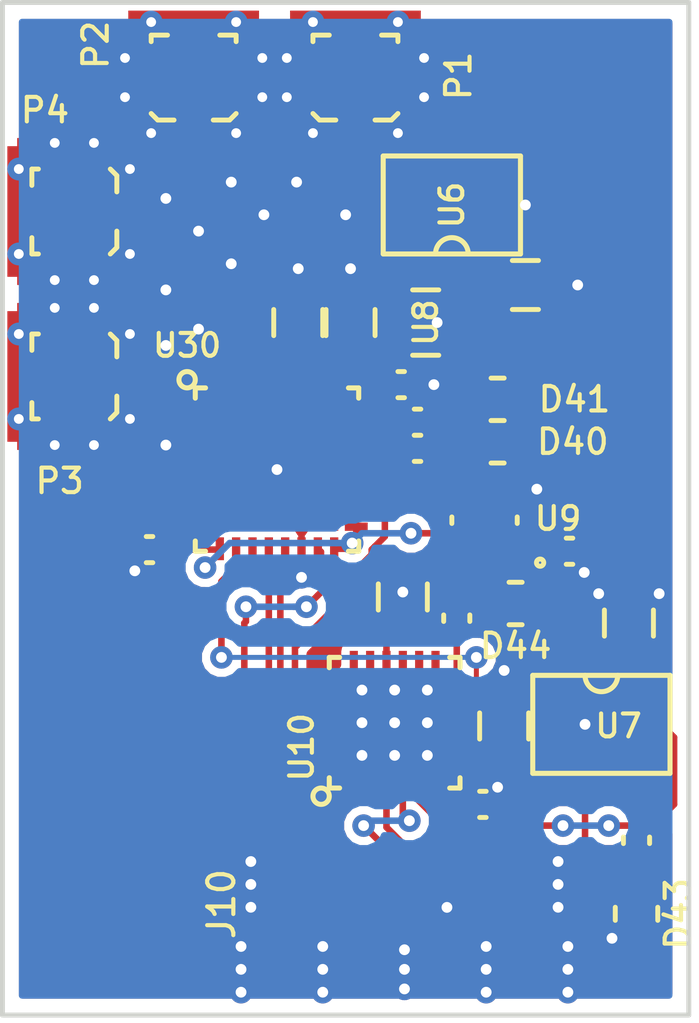
<source format=kicad_pcb>
(kicad_pcb (version 4) (host pcbnew 4.0.4-2.fc26-product)

  (general
    (links 173)
    (no_connects 0)
    (area 82.4233 118.704762 104.9855 150.402)
    (thickness 1)
    (drawings 5)
    (tracks 261)
    (zones 0)
    (modules 29)
    (nets 45)
  )

  (page USLetter)
  (layers
    (0 F.Cu signal)
    (31 B.Cu signal)
    (34 B.Paste user)
    (35 F.Paste user)
    (36 B.SilkS user)
    (37 F.SilkS user)
    (38 B.Mask user)
    (39 F.Mask user)
    (40 Dwgs.User user)
    (41 Cmts.User user)
    (44 Edge.Cuts user)
  )

  (setup
    (last_trace_width 0.25)
    (user_trace_width 0.152)
    (user_trace_width 0.152)
    (user_trace_width 0.152)
    (user_trace_width 0.2)
    (user_trace_width 0.25)
    (user_trace_width 0.3)
    (user_trace_width 0.36)
    (user_trace_width 0.5)
    (trace_clearance 0.152)
    (zone_clearance 0.25)
    (zone_45_only yes)
    (trace_min 0.075)
    (segment_width 0.2)
    (edge_width 0.15)
    (via_size 0.69)
    (via_drill 0.33)
    (via_min_size 0.69)
    (via_min_drill 0.33)
    (user_via 0.69 0.33)
    (user_via 0.69 0.33)
    (user_via 0.8 0.5)
    (user_via 1.3 1)
    (user_via 2 1)
    (uvia_size 0.508)
    (uvia_drill 0.127)
    (uvias_allowed no)
    (uvia_min_size 0.508)
    (uvia_min_drill 0.127)
    (pcb_text_width 0.3)
    (pcb_text_size 1 1)
    (mod_edge_width 0.15)
    (mod_text_size 1 1)
    (mod_text_width 0.15)
    (pad_size 2 2)
    (pad_drill 2)
    (pad_to_mask_clearance 0.075)
    (solder_mask_min_width 0.1)
    (aux_axis_origin 0 0)
    (visible_elements FFFFEF7F)
    (pcbplotparams
      (layerselection 0x012fc_80000007)
      (usegerberextensions false)
      (excludeedgelayer true)
      (linewidth 0.150000)
      (plotframeref false)
      (viasonmask false)
      (mode 1)
      (useauxorigin false)
      (hpglpennumber 1)
      (hpglpenspeed 20)
      (hpglpendiameter 15)
      (hpglpenoverlay 2)
      (psnegative false)
      (psa4output false)
      (plotreference true)
      (plotvalue true)
      (plotinvisibletext false)
      (padsonsilk false)
      (subtractmaskfromsilk true)
      (outputformat 1)
      (mirror false)
      (drillshape 0)
      (scaleselection 1)
      (outputdirectory gerber))
  )

  (net 0 "")
  (net 1 GND)
  (net 2 VBUS)
  (net 3 U10/vdd)
  (net 4 U10/d+)
  (net 5 J10/ID)
  (net 6 U10/d-)
  (net 7 3V3)
  (net 8 U10/vpp)
  (net 9 U10/RESET)
  (net 10 U10/P)
  (net 11 U7/BYP)
  (net 12 1V2)
  (net 13 U30/CDONE)
  (net 14 creset)
  (net 15 usck)
  (net 16 ucs)
  (net 17 usdo)
  (net 18 usdi)
  (net 19 U8/BYP)
  (net 20 CLK)
  (net 21 U10/O)
  (net 22 U10/I)
  (net 23 led0/rs)
  (net 24 led1/rs)
  (net 25 3V3/rs)
  (net 26 led4/rs)
  (net 27 led0)
  (net 28 led1)
  (net 29 led4)
  (net 30 U30/IOL_2B_3)
  (net 31 U30/IOL_2A_3)
  (net 32 U30/IOL_4A_3)
  (net 33 U30/IOL_4B_GBIN7_3)
  (net 34 U30/IOL_5B_3)
  (net 35 U30/IOL_5A_GBIN6_3)
  (net 36 U30/IOR_35_GBIN3)
  (net 37 U30/IOT_45)
  (net 38 U30/IOT_47)
  (net 39 1V8)
  (net 40 U6/BYP)
  (net 41 tp0)
  (net 42 tp1)
  (net 43 tp2)
  (net 44 tp3)

  (net_class Default "This is the default net class."
    (clearance 0.152)
    (trace_width 0.152)
    (via_dia 0.69)
    (via_drill 0.33)
    (uvia_dia 0.508)
    (uvia_drill 0.127)
    (add_net 1V2)
    (add_net 1V8)
    (add_net 3V3)
    (add_net 3V3/rs)
    (add_net CLK)
    (add_net GND)
    (add_net J10/ID)
    (add_net U10/I)
    (add_net U10/O)
    (add_net U10/P)
    (add_net U10/RESET)
    (add_net U10/d+)
    (add_net U10/d-)
    (add_net U10/vdd)
    (add_net U10/vpp)
    (add_net U30/CDONE)
    (add_net U30/IOL_2A_3)
    (add_net U30/IOL_2B_3)
    (add_net U30/IOL_4A_3)
    (add_net U30/IOL_4B_GBIN7_3)
    (add_net U30/IOL_5A_GBIN6_3)
    (add_net U30/IOL_5B_3)
    (add_net U30/IOR_35_GBIN3)
    (add_net U30/IOT_45)
    (add_net U30/IOT_47)
    (add_net U6/BYP)
    (add_net U7/BYP)
    (add_net U8/BYP)
    (add_net VBUS)
    (add_net creset)
    (add_net led0)
    (add_net led0/rs)
    (add_net led1)
    (add_net led1/rs)
    (add_net led4)
    (add_net led4/rs)
    (add_net tp0)
    (add_net tp1)
    (add_net tp2)
    (add_net tp3)
    (add_net ucs)
    (add_net usck)
    (add_net usdi)
    (add_net usdo)
  )

  (module QFN24_4x4 (layer F.Cu) (tedit 0) (tstamp 574CFDB5)
    (at 95.5 141.05 90)
    (descr DocString)
    (tags Keywords)
    (path DEADBEF4)
    (attr smd)
    (fp_text reference U10 (at -0.75 -2.85 90) (layer F.SilkS)
      (effects (font (size 0.7 0.7) (thickness 0.127)))
    )
    (fp_text value 6FDK2 (at 0 1.27 90) (layer F.SilkS) hide
      (effects (font (size 0.7 0.7) (thickness 0.127)))
    )
    (fp_circle (center -2.25 -2.25) (end -2.25 -2) (layer F.SilkS) (width 0.155))
    (fp_line (start -2 -2) (end -2 -1.685) (layer F.SilkS) (width 0.155))
    (fp_line (start -2 -2) (end -1.685 -2) (layer F.SilkS) (width 0.155))
    (fp_line (start -2 2) (end -2 1.685) (layer F.SilkS) (width 0.155))
    (fp_line (start -2 2) (end -1.685 2) (layer F.SilkS) (width 0.155))
    (fp_line (start 2 -2) (end 1.685 -2) (layer F.SilkS) (width 0.155))
    (fp_line (start 2 -2) (end 2 -1.685) (layer F.SilkS) (width 0.155))
    (fp_line (start 2 2) (end 1.685 2) (layer F.SilkS) (width 0.155))
    (fp_line (start 2 2) (end 2 1.685) (layer F.SilkS) (width 0.155))
    (pad 1 smd rect (at -1.9 -1.25 90) (size 0.6 0.25) (layers F.Cu F.Paste F.Mask)
      (net 15 usck) (zone_connect 2))
    (pad 2 smd rect (at -1.9 -0.75 90) (size 0.6 0.25) (layers F.Cu F.Paste F.Mask)
      (net 1 GND) (zone_connect 2))
    (pad 3 smd rect (at -1.9 -0.25 90) (size 0.6 0.25) (layers F.Cu F.Paste F.Mask)
      (net 4 U10/d+) (zone_connect 2))
    (pad 4 smd rect (at -1.9 0.25 90) (size 0.6 0.25) (layers F.Cu F.Paste F.Mask)
      (net 6 U10/d-) (zone_connect 2))
    (pad 5 smd rect (at -1.9 0.75 90) (size 0.6 0.25) (layers F.Cu F.Paste F.Mask)
      (net 7 3V3) (zone_connect 2))
    (pad 6 smd rect (at -1.9 1.25 90) (size 0.6 0.25) (layers F.Cu F.Paste F.Mask)
      (net 3 U10/vdd) (zone_connect 2))
    (pad 13 smd rect (at 1.9 1.25 90) (size 0.6 0.25) (layers F.Cu F.Paste F.Mask)
      (zone_connect 2))
    (pad 14 smd rect (at 1.9 0.75 90) (size 0.6 0.25) (layers F.Cu F.Paste F.Mask)
      (zone_connect 2))
    (pad 15 smd rect (at 1.9 0.25 90) (size 0.6 0.25) (layers F.Cu F.Paste F.Mask)
      (zone_connect 2))
    (pad 16 smd rect (at 1.9 -0.25 90) (size 0.6 0.25) (layers F.Cu F.Paste F.Mask)
      (net 8 U10/vpp) (zone_connect 2))
    (pad 17 smd rect (at 1.9 -0.75 90) (size 0.6 0.25) (layers F.Cu F.Paste F.Mask)
      (zone_connect 2))
    (pad 18 smd rect (at 1.9 -1.25 90) (size 0.6 0.25) (layers F.Cu F.Paste F.Mask)
      (zone_connect 2))
    (pad 7 smd rect (at -1.25 1.9 90) (size 0.25 0.6) (layers F.Cu F.Paste F.Mask)
      (net 2 VBUS) (zone_connect 2))
    (pad 8 smd rect (at -0.75 1.9 90) (size 0.25 0.6) (layers F.Cu F.Paste F.Mask)
      (net 2 VBUS) (zone_connect 2))
    (pad 9 smd rect (at -0.25 1.9 90) (size 0.25 0.6) (layers F.Cu F.Paste F.Mask)
      (net 9 U10/RESET) (zone_connect 2))
    (pad 10 smd rect (at 0.25 1.9 90) (size 0.25 0.6) (layers F.Cu F.Paste F.Mask)
      (zone_connect 2))
    (pad 11 smd rect (at 0.75 1.9 90) (size 0.25 0.6) (layers F.Cu F.Paste F.Mask)
      (net 14 creset) (zone_connect 2))
    (pad 12 smd rect (at 1.25 1.9 90) (size 0.25 0.6) (layers F.Cu F.Paste F.Mask)
      (net 29 led4) (zone_connect 2))
    (pad 19 smd rect (at 1.25 -1.9 90) (size 0.25 0.6) (layers F.Cu F.Paste F.Mask)
      (net 21 U10/O) (zone_connect 2))
    (pad 20 smd rect (at 0.75 -1.9 90) (size 0.25 0.6) (layers F.Cu F.Paste F.Mask)
      (net 22 U10/I) (zone_connect 2))
    (pad 21 smd rect (at 0.25 -1.9 90) (size 0.25 0.6) (layers F.Cu F.Paste F.Mask)
      (net 10 U10/P) (zone_connect 2))
    (pad 22 smd rect (at -0.25 -1.9 90) (size 0.25 0.6) (layers F.Cu F.Paste F.Mask)
      (net 16 ucs) (zone_connect 2))
    (pad 23 smd rect (at -0.75 -1.9 90) (size 0.25 0.6) (layers F.Cu F.Paste F.Mask)
      (net 17 usdo) (zone_connect 2))
    (pad 24 smd rect (at -1.25 -1.9 90) (size 0.25 0.6) (layers F.Cu F.Paste F.Mask)
      (net 18 usdi) (zone_connect 2))
    (pad 25 smd rect (at 0 0 90) (size 2.6 2.6) (layers F.Cu F.Mask)
      (net 1 GND) (zone_connect 2))
    (pad 25 smd rect (at -0.65 -0.65 90) (size 0.919239 0.919239) (layers F.Cu F.Paste F.Mask)
      (net 1 GND) (zone_connect 2))
    (pad 25 smd rect (at -0.65 0.65 90) (size 0.919239 0.919239) (layers F.Cu F.Paste F.Mask)
      (net 1 GND) (zone_connect 2))
    (pad 25 smd rect (at 0.65 -0.65 90) (size 0.919239 0.919239) (layers F.Cu F.Paste F.Mask)
      (net 1 GND) (zone_connect 2))
    (pad 25 smd rect (at 0.65 0.65 90) (size 0.919239 0.919239) (layers F.Cu F.Paste F.Mask)
      (net 1 GND) (zone_connect 2))
    (pad 25 thru_hole circle (at -1 -1 90) (size 0.69 0.69) (drill 0.33) (layers *.Cu *.Mask)
      (net 1 GND) (zone_connect 2))
    (pad 25 thru_hole circle (at -1 0 90) (size 0.69 0.69) (drill 0.33) (layers *.Cu *.Mask)
      (net 1 GND) (zone_connect 2))
    (pad 25 thru_hole circle (at -1 1 90) (size 0.69 0.69) (drill 0.33) (layers *.Cu *.Mask)
      (net 1 GND) (zone_connect 2))
    (pad 25 thru_hole circle (at 0 -1 90) (size 0.69 0.69) (drill 0.33) (layers *.Cu *.Mask)
      (net 1 GND) (zone_connect 2))
    (pad 25 thru_hole circle (at 0 0 90) (size 0.69 0.69) (drill 0.33) (layers *.Cu *.Mask)
      (net 1 GND) (zone_connect 2))
    (pad 25 thru_hole circle (at 0 1 90) (size 0.69 0.69) (drill 0.33) (layers *.Cu *.Mask)
      (net 1 GND) (zone_connect 2))
    (pad 25 thru_hole circle (at 1 -1 90) (size 0.69 0.69) (drill 0.33) (layers *.Cu *.Mask)
      (net 1 GND) (zone_connect 2))
    (pad 25 thru_hole circle (at 1 0 90) (size 0.69 0.69) (drill 0.33) (layers *.Cu *.Mask)
      (net 1 GND) (zone_connect 2))
    (pad 25 thru_hole circle (at 1 1 90) (size 0.69 0.69) (drill 0.33) (layers *.Cu *.Mask)
      (net 1 GND) (zone_connect 2))
  )

  (module 0805 (layer F.Cu) (tedit 54DCFFA6) (tstamp 574B1FB5)
    (at 102.667546 137.999348 90)
    (path DEADBEFD)
    (attr smd)
    (fp_text reference C5 (at 0 -1.27 90) (layer F.SilkS) hide
      (effects (font (size 0.75 0.75) (thickness 0.127)))
    )
    (fp_text value "10 uF" (at 0 1.27 90) (layer Cmts.User) hide
      (effects (font (size 0.75 0.75) (thickness 0.127)))
    )
    (fp_line (start 0.4 0.75) (end -0.4 0.75) (layer F.SilkS) (width 0.15))
    (fp_line (start -0.4 -0.75) (end 0.4 -0.75) (layer F.SilkS) (width 0.15))
    (pad 1 smd rect (at -0.9 0 90) (size 0.8 1.2) (layers F.Cu F.Paste F.Mask)
      (net 7 3V3))
    (pad 2 smd rect (at 0.9 0 90) (size 0.8 1.2) (layers F.Cu F.Paste F.Mask)
      (net 1 GND))
  )

  (module 0402 (layer F.Cu) (tedit 0) (tstamp 574CFD4A)
    (at 98.2 143.55)
    (path DEADBEF1)
    (attr smd)
    (fp_text reference C11 (at 0 -1) (layer F.SilkS) hide
      (effects (font (size 0.75 0.75) (thickness 0.127)))
    )
    (fp_text value "1 uF" (at 0 1.27) (layer Cmts.User) hide
      (effects (font (size 1.016 1.016) (thickness 0.127)))
    )
    (fp_line (start -0.1 0.4) (end 0.1 0.4) (layer F.SilkS) (width 0.15))
    (fp_line (start -0.1 -0.4) (end 0.1 -0.4) (layer F.SilkS) (width 0.15))
    (pad 1 smd rect (at -0.45 0) (size 0.4 0.5) (layers F.Cu F.Paste F.Mask)
      (net 3 U10/vdd))
    (pad 2 smd rect (at 0.45 0) (size 0.4 0.5) (layers F.Cu F.Paste F.Mask)
      (net 1 GND))
  )

  (module 0805 (layer F.Cu) (tedit 54DCFFA6) (tstamp 574CFD52)
    (at 95.75 137.2 90)
    (path DEADBEF2)
    (attr smd)
    (fp_text reference C12 (at 0 -1.27 90) (layer F.SilkS) hide
      (effects (font (size 0.75 0.75) (thickness 0.127)))
    )
    (fp_text value "10 uF" (at 0 1.27 90) (layer Cmts.User) hide
      (effects (font (size 0.75 0.75) (thickness 0.127)))
    )
    (fp_line (start 0.4 0.75) (end -0.4 0.75) (layer F.SilkS) (width 0.15))
    (fp_line (start -0.4 -0.75) (end 0.4 -0.75) (layer F.SilkS) (width 0.15))
    (pad 1 smd rect (at -0.9 0 90) (size 0.8 1.2) (layers F.Cu F.Paste F.Mask)
      (net 8 U10/vpp))
    (pad 2 smd rect (at 0.9 0 90) (size 0.8 1.2) (layers F.Cu F.Paste F.Mask)
      (net 1 GND))
  )

  (module SOT23-5 (layer F.Cu) (tedit 0) (tstamp 574D02D9)
    (at 101.825 141.1)
    (descr DocString)
    (tags Keywords)
    (path DEADBEFA)
    (attr smd)
    (fp_text reference U7 (at 0.525 0.05) (layer F.SilkS)
      (effects (font (size 0.7 0.7) (thickness 0.127)))
    )
    (fp_text value CGK8Y (at 0 1.27) (layer F.SilkS) hide
      (effects (font (size 0.7 0.7) (thickness 0.127)))
    )
    (fp_arc (start 0 -1.5) (end 0.5 -1.5) (angle 180) (layer F.SilkS) (width 0.155))
    (fp_line (start -2.1 -1.5) (end -2.1 1.5) (layer F.SilkS) (width 0.155))
    (fp_line (start 2.1 -1.5) (end 2.1 1.5) (layer F.SilkS) (width 0.155))
    (fp_line (start -2.1 1.5) (end 2.1 1.5) (layer F.SilkS) (width 0.155))
    (fp_line (start -2.1 -1.5) (end 2.1 -1.5) (layer F.SilkS) (width 0.155))
    (pad 1 smd rect (at -1.35 -0.95) (size 1 0.55) (layers F.Cu F.Paste F.Mask)
      (net 2 VBUS))
    (pad 2 smd rect (at -1.35 0) (size 1 0.55) (layers F.Cu F.Paste F.Mask)
      (net 1 GND))
    (pad 3 smd rect (at -1.35 0.95) (size 1 0.55) (layers F.Cu F.Paste F.Mask)
      (net 2 VBUS))
    (pad 4 smd rect (at 1.35 0.95) (size 1 0.55) (layers F.Cu F.Paste F.Mask)
      (net 11 U7/BYP))
    (pad 5 smd rect (at 1.35 -0.95) (size 1 0.55) (layers F.Cu F.Paste F.Mask)
      (net 7 3V3))
  )

  (module SC70-5 (layer F.Cu) (tedit 0) (tstamp 57539ADF)
    (at 96.45 128.8 180)
    (descr DocString)
    (tags Keywords)
    (path DEADBEFB)
    (attr smd)
    (fp_text reference U8 (at 0 0 270) (layer F.SilkS)
      (effects (font (size 0.7 0.7) (thickness 0.127)))
    )
    (fp_text value 6DXQ7 (at 0 1.27 180) (layer F.SilkS) hide
      (effects (font (size 0.7 0.7) (thickness 0.127)))
    )
    (fp_line (start -0.4 -1) (end 0.4 -1) (layer F.SilkS) (width 0.15))
    (fp_line (start -0.4 1) (end 0.4 1) (layer F.SilkS) (width 0.15))
    (pad 1 smd rect (at -0.95 -0.65 180) (size 0.5 0.4) (layers F.Cu F.Paste F.Mask)
      (net 7 3V3))
    (pad 2 smd rect (at -0.95 0 180) (size 0.5 0.4) (layers F.Cu F.Paste F.Mask)
      (net 1 GND))
    (pad 3 smd rect (at -0.95 0.65 180) (size 0.5 0.4) (layers F.Cu F.Paste F.Mask)
      (net 7 3V3))
    (pad 4 smd rect (at 0.95 0.65 180) (size 0.5 0.4) (layers F.Cu F.Paste F.Mask)
      (net 19 U8/BYP))
    (pad 5 smd rect (at 0.95 -0.65 180) (size 0.5 0.4) (layers F.Cu F.Paste F.Mask)
      (net 12 1V2))
  )

  (module osc_2.5x2 (layer F.Cu) (tedit 0) (tstamp 57544A61)
    (at 98.25 134.85 180)
    (descr DocString)
    (tags Keywords)
    (path DEADBEFC)
    (attr smd)
    (fp_text reference U9 (at -2.25 0.05 180) (layer F.SilkS)
      (effects (font (size 0.7 0.7) (thickness 0.127)))
    )
    (fp_text value K7CM9 (at 0 1.27 180) (layer F.SilkS) hide
      (effects (font (size 0.7 0.7) (thickness 0.127)))
    )
    (fp_circle (center -1.7 -1.3) (end -1.6 -1.25) (layer F.SilkS) (width 0.15))
    (fp_line (start -1 -0.1) (end -1 0.1) (layer F.SilkS) (width 0.15))
    (fp_line (start 1 -0.1) (end 1 0.1) (layer F.SilkS) (width 0.15))
    (pad 1 smd rect (at -0.75 -0.95 180) (size 1 1.1) (layers F.Cu F.Paste F.Mask)
      (net 7 3V3) (zone_connect 2))
    (pad 2 smd rect (at -0.75 0.95 180) (size 1 1.1) (layers F.Cu F.Paste F.Mask)
      (net 1 GND) (zone_connect 2))
    (pad 3 smd rect (at 0.75 0.95 180) (size 1 1.1) (layers F.Cu F.Paste F.Mask)
      (net 20 CLK) (zone_connect 2))
    (pad 4 smd rect (at 0.75 -0.95 180) (size 1 1.1) (layers F.Cu F.Paste F.Mask)
      (net 7 3V3) (zone_connect 2))
  )

  (module UFL (layer F.Cu) (tedit 56494A9A) (tstamp 57548A11)
    (at 94.3 121.3 270)
    (descr DocString)
    (tags Keywords)
    (path DEADBEF5)
    (attr smd)
    (fp_text reference P1 (at -0.05 -3.15 450) (layer F.SilkS)
      (effects (font (size 0.75 0.75) (thickness 0.127)))
    )
    (fp_text value 6BPPF (at 0 6 270) (layer Cmts.User) hide
      (effects (font (size 1.016 1.016) (thickness 0.127)))
    )
    (fp_line (start 1.3 0.6) (end 1.3 1.1) (layer F.SilkS) (width 0.15))
    (fp_line (start 1.3 1.1) (end 1.1 1.3) (layer F.SilkS) (width 0.15))
    (fp_line (start 1.1 -1.3) (end 1.3 -1.1) (layer F.SilkS) (width 0.15))
    (fp_line (start 1.3 -1.1) (end 1.3 -0.6) (layer F.SilkS) (width 0.15))
    (fp_line (start -1.3 -1.3) (end -1.1 -1.3) (layer F.SilkS) (width 0.15))
    (fp_line (start -1.3 1.3) (end -1.1 1.3) (layer F.SilkS) (width 0.15))
    (fp_line (start -1.3 1.3) (end -1.3 0.8) (layer F.SilkS) (width 0.15))
    (fp_line (start -1.3 -1.3) (end -1.3 -0.8) (layer F.SilkS) (width 0.15))
    (pad 2 smd rect (at -1.3 0 270) (size 1.5 4) (layers F.Cu)
      (net 1 GND))
    (pad 2 smd rect (at 0 1.6 270) (size 3.5 1.3) (layers F.Cu)
      (net 1 GND))
    (pad 2 smd rect (at 0 -1.6 270) (size 3.5 1.3) (layers F.Cu)
      (net 1 GND))
    (pad 2 thru_hole circle (at -1.7 1.3 270) (size 0.7 0.7) (drill 0.3) (layers *.Cu *.Mask)
      (net 1 GND) (solder_mask_margin -0.1) (zone_connect 2))
    (pad 2 thru_hole circle (at -0.6 2.1 270) (size 0.7 0.7) (drill 0.3) (layers *.Cu *.Mask)
      (net 1 GND) (solder_mask_margin -0.1) (zone_connect 2))
    (pad 2 thru_hole circle (at 0.6 2.1 270) (size 0.7 0.7) (drill 0.3) (layers *.Cu *.Mask)
      (net 1 GND) (solder_mask_margin -0.1) (zone_connect 2))
    (pad 2 thru_hole circle (at 1.7 1.3 270) (size 0.7 0.7) (drill 0.3) (layers *.Cu *.Mask)
      (net 1 GND) (solder_mask_margin -0.1) (zone_connect 2))
    (pad 2 thru_hole circle (at -1.7 -1.3 270) (size 0.7 0.7) (drill 0.3) (layers *.Cu *.Mask)
      (net 1 GND) (solder_mask_margin -0.1) (zone_connect 2))
    (pad 2 thru_hole circle (at 1.7 -1.3 270) (size 0.7 0.7) (drill 0.3) (layers *.Cu *.Mask)
      (net 1 GND) (solder_mask_margin -0.1) (zone_connect 2))
    (pad 2 thru_hole circle (at 0.6 -2.1 270) (size 0.7 0.7) (drill 0.3) (layers *.Cu *.Mask)
      (net 1 GND) (solder_mask_margin -0.1) (zone_connect 2))
    (pad 2 smd rect (at 0 -1.3 270) (size 1.9 0.7) (layers F.Cu F.Paste F.Mask)
      (net 1 GND))
    (pad 2 smd rect (at 0 1.3 270) (size 1.9 0.7) (layers F.Cu F.Paste F.Mask)
      (net 1 GND))
    (pad 1 smd rect (at 1.3 0 270) (size 0.7 0.7) (layers F.Cu F.Paste F.Mask)
      (net 41 tp0))
    (pad 2 smd rect (at -1.3 0 270) (size 0.7 0.7) (layers F.Cu F.Paste F.Mask)
      (net 1 GND))
    (pad 2 thru_hole circle (at -0.6 -2.1 270) (size 0.7 0.7) (drill 0.3) (layers *.Cu *.Mask)
      (net 1 GND) (solder_mask_margin -0.1) (zone_connect 2))
  )

  (module 0402 (layer F.Cu) (tedit 0) (tstamp 5754EAE1)
    (at 100.85 135.8)
    (path DEADBEFF)
    (attr smd)
    (fp_text reference C20 (at 0 -1) (layer F.SilkS) hide
      (effects (font (size 0.75 0.75) (thickness 0.127)))
    )
    (fp_text value "1 uF" (at 0 1.27) (layer Cmts.User) hide
      (effects (font (size 1.016 1.016) (thickness 0.127)))
    )
    (fp_line (start -0.1 0.4) (end 0.1 0.4) (layer F.SilkS) (width 0.15))
    (fp_line (start -0.1 -0.4) (end 0.1 -0.4) (layer F.SilkS) (width 0.15))
    (pad 1 smd rect (at -0.45 0) (size 0.4 0.5) (layers F.Cu F.Paste F.Mask)
      (net 7 3V3))
    (pad 2 smd rect (at 0.45 0) (size 0.4 0.5) (layers F.Cu F.Paste F.Mask)
      (net 1 GND))
  )

  (module 0402 (layer F.Cu) (tedit 0) (tstamp 5754EAE9)
    (at 88 135.75 180)
    (path DEADBF00)
    (attr smd)
    (fp_text reference C21 (at 0 -1 180) (layer F.SilkS) hide
      (effects (font (size 0.75 0.75) (thickness 0.127)))
    )
    (fp_text value "1 uF" (at 0 1.27 180) (layer Cmts.User) hide
      (effects (font (size 1.016 1.016) (thickness 0.127)))
    )
    (fp_line (start -0.1 0.4) (end 0.1 0.4) (layer F.SilkS) (width 0.15))
    (fp_line (start -0.1 -0.4) (end 0.1 -0.4) (layer F.SilkS) (width 0.15))
    (pad 1 smd rect (at -0.45 0 180) (size 0.4 0.5) (layers F.Cu F.Paste F.Mask)
      (net 7 3V3))
    (pad 2 smd rect (at 0.45 0 180) (size 0.4 0.5) (layers F.Cu F.Paste F.Mask)
      (net 1 GND))
  )

  (module 0402 (layer F.Cu) (tedit 0) (tstamp 5754EAF1)
    (at 95.7 130.7)
    (path DEADBF01)
    (attr smd)
    (fp_text reference C22 (at 0 -1) (layer F.SilkS) hide
      (effects (font (size 0.75 0.75) (thickness 0.127)))
    )
    (fp_text value "1 uF" (at 0 1.27) (layer Cmts.User) hide
      (effects (font (size 1.016 1.016) (thickness 0.127)))
    )
    (fp_line (start -0.1 0.4) (end 0.1 0.4) (layer F.SilkS) (width 0.15))
    (fp_line (start -0.1 -0.4) (end 0.1 -0.4) (layer F.SilkS) (width 0.15))
    (pad 1 smd rect (at -0.45 0) (size 0.4 0.5) (layers F.Cu F.Paste F.Mask)
      (net 7 3V3))
    (pad 2 smd rect (at 0.45 0) (size 0.4 0.5) (layers F.Cu F.Paste F.Mask)
      (net 1 GND))
  )

  (module 0805 (layer F.Cu) (tedit 54DCFFA6) (tstamp 5754F294)
    (at 99.5 127.65)
    (path DEADBEFE)
    (attr smd)
    (fp_text reference C2 (at 0 -1.27) (layer F.SilkS) hide
      (effects (font (size 0.75 0.75) (thickness 0.127)))
    )
    (fp_text value "10 uF" (at 0 1.27) (layer Cmts.User) hide
      (effects (font (size 0.75 0.75) (thickness 0.127)))
    )
    (fp_line (start 0.4 0.75) (end -0.4 0.75) (layer F.SilkS) (width 0.15))
    (fp_line (start -0.4 -0.75) (end 0.4 -0.75) (layer F.SilkS) (width 0.15))
    (pad 1 smd rect (at -0.9 0) (size 0.8 1.2) (layers F.Cu F.Paste F.Mask)
      (net 7 3V3))
    (pad 2 smd rect (at 0.9 0) (size 0.8 1.2) (layers F.Cu F.Paste F.Mask)
      (net 1 GND))
  )

  (module 0603 (layer F.Cu) (tedit 54DB8A31) (tstamp 5755A0AD)
    (at 98.65 132.45)
    (path DEADBF05)
    (attr smd)
    (fp_text reference D40 (at 2.3 0) (layer F.SilkS)
      (effects (font (size 0.75 0.75) (thickness 0.127)))
    )
    (fp_text value QF838 (at 0 1.27) (layer Cmts.User) hide
      (effects (font (size 0.75 0.75) (thickness 0.127)))
    )
    (fp_line (start -0.2 -0.65) (end 0.2 -0.65) (layer F.SilkS) (width 0.15))
    (fp_line (start -0.2 0.65) (end 0.2 0.65) (layer F.SilkS) (width 0.15))
    (pad 1 smd rect (at -0.75 0) (size 0.7 0.8) (layers F.Cu F.Paste F.Mask)
      (net 23 led0/rs))
    (pad 2 smd rect (at 0.75 0) (size 0.7 0.8) (layers F.Cu F.Paste F.Mask)
      (net 1 GND))
  )

  (module 0603 (layer F.Cu) (tedit 54DB8A31) (tstamp 5755A0B5)
    (at 98.65 131.15)
    (path DEADBF07)
    (attr smd)
    (fp_text reference D41 (at 2.35 0) (layer F.SilkS)
      (effects (font (size 0.75 0.75) (thickness 0.127)))
    )
    (fp_text value QF838 (at 0 1.27) (layer Cmts.User) hide
      (effects (font (size 0.75 0.75) (thickness 0.127)))
    )
    (fp_line (start -0.2 -0.65) (end 0.2 -0.65) (layer F.SilkS) (width 0.15))
    (fp_line (start -0.2 0.65) (end 0.2 0.65) (layer F.SilkS) (width 0.15))
    (pad 1 smd rect (at -0.75 0) (size 0.7 0.8) (layers F.Cu F.Paste F.Mask)
      (net 24 led1/rs))
    (pad 2 smd rect (at 0.75 0) (size 0.7 0.8) (layers F.Cu F.Paste F.Mask)
      (net 1 GND))
  )

  (module 0603 (layer F.Cu) (tedit 54DB8A31) (tstamp 5755A0C5)
    (at 102.9 146.9 270)
    (path DEADBF09)
    (attr smd)
    (fp_text reference D43 (at 0 -1.27 270) (layer F.SilkS)
      (effects (font (size 0.75 0.75) (thickness 0.127)))
    )
    (fp_text value QF838 (at 0 1.27 270) (layer Cmts.User) hide
      (effects (font (size 0.75 0.75) (thickness 0.127)))
    )
    (fp_line (start -0.2 -0.65) (end 0.2 -0.65) (layer F.SilkS) (width 0.15))
    (fp_line (start -0.2 0.65) (end 0.2 0.65) (layer F.SilkS) (width 0.15))
    (pad 1 smd rect (at -0.75 0 270) (size 0.7 0.8) (layers F.Cu F.Paste F.Mask)
      (net 25 3V3/rs))
    (pad 2 smd rect (at 0.75 0 270) (size 0.7 0.8) (layers F.Cu F.Paste F.Mask)
      (net 1 GND))
  )

  (module 0603 (layer F.Cu) (tedit 54DB8A31) (tstamp 5755A0CD)
    (at 99.2 137.4)
    (path DEADBF0B)
    (attr smd)
    (fp_text reference D44 (at 0 1.3) (layer F.SilkS)
      (effects (font (size 0.75 0.75) (thickness 0.127)))
    )
    (fp_text value QF838 (at 0 1.27) (layer Cmts.User) hide
      (effects (font (size 0.75 0.75) (thickness 0.127)))
    )
    (fp_line (start -0.2 -0.65) (end 0.2 -0.65) (layer F.SilkS) (width 0.15))
    (fp_line (start -0.2 0.65) (end 0.2 0.65) (layer F.SilkS) (width 0.15))
    (pad 1 smd rect (at -0.75 0) (size 0.7 0.8) (layers F.Cu F.Paste F.Mask)
      (net 26 led4/rs))
    (pad 2 smd rect (at 0.75 0) (size 0.7 0.8) (layers F.Cu F.Paste F.Mask)
      (net 1 GND))
  )

  (module 0402 (layer F.Cu) (tedit 0) (tstamp 5755A0D5)
    (at 96.2 132.65)
    (path DEADBF04)
    (attr smd)
    (fp_text reference R40 (at 0 -1) (layer F.SilkS) hide
      (effects (font (size 0.75 0.75) (thickness 0.127)))
    )
    (fp_text value "1 k" (at 0 1.27) (layer Cmts.User) hide
      (effects (font (size 1.016 1.016) (thickness 0.127)))
    )
    (fp_line (start -0.1 0.4) (end 0.1 0.4) (layer F.SilkS) (width 0.15))
    (fp_line (start -0.1 -0.4) (end 0.1 -0.4) (layer F.SilkS) (width 0.15))
    (pad 1 smd rect (at -0.45 0) (size 0.4 0.5) (layers F.Cu F.Paste F.Mask)
      (net 27 led0))
    (pad 2 smd rect (at 0.45 0) (size 0.4 0.5) (layers F.Cu F.Paste F.Mask)
      (net 23 led0/rs))
  )

  (module 0402 (layer F.Cu) (tedit 0) (tstamp 5755A0DD)
    (at 96.2 131.85)
    (path DEADBF06)
    (attr smd)
    (fp_text reference R41 (at 0 -1) (layer F.SilkS) hide
      (effects (font (size 0.75 0.75) (thickness 0.127)))
    )
    (fp_text value "1 k" (at 0 1.27) (layer Cmts.User) hide
      (effects (font (size 1.016 1.016) (thickness 0.127)))
    )
    (fp_line (start -0.1 0.4) (end 0.1 0.4) (layer F.SilkS) (width 0.15))
    (fp_line (start -0.1 -0.4) (end 0.1 -0.4) (layer F.SilkS) (width 0.15))
    (pad 1 smd rect (at -0.45 0) (size 0.4 0.5) (layers F.Cu F.Paste F.Mask)
      (net 28 led1))
    (pad 2 smd rect (at 0.45 0) (size 0.4 0.5) (layers F.Cu F.Paste F.Mask)
      (net 24 led1/rs))
  )

  (module 0402 (layer F.Cu) (tedit 0) (tstamp 5755A0ED)
    (at 102.9 144.65 270)
    (path DEADBF08)
    (attr smd)
    (fp_text reference R43 (at 0 -1 270) (layer F.SilkS) hide
      (effects (font (size 0.75 0.75) (thickness 0.127)))
    )
    (fp_text value "1 k" (at 0 1.27 270) (layer Cmts.User) hide
      (effects (font (size 1.016 1.016) (thickness 0.127)))
    )
    (fp_line (start -0.1 0.4) (end 0.1 0.4) (layer F.SilkS) (width 0.15))
    (fp_line (start -0.1 -0.4) (end 0.1 -0.4) (layer F.SilkS) (width 0.15))
    (pad 1 smd rect (at -0.45 0 270) (size 0.4 0.5) (layers F.Cu F.Paste F.Mask)
      (net 7 3V3))
    (pad 2 smd rect (at 0.45 0 270) (size 0.4 0.5) (layers F.Cu F.Paste F.Mask)
      (net 25 3V3/rs))
  )

  (module 0402 (layer F.Cu) (tedit 0) (tstamp 5755A0F5)
    (at 97.4 137.85 90)
    (path DEADBF0A)
    (attr smd)
    (fp_text reference R44 (at 0 -1 90) (layer F.SilkS) hide
      (effects (font (size 0.75 0.75) (thickness 0.127)))
    )
    (fp_text value "1 k" (at 0 1.27 90) (layer Cmts.User) hide
      (effects (font (size 1.016 1.016) (thickness 0.127)))
    )
    (fp_line (start -0.1 0.4) (end 0.1 0.4) (layer F.SilkS) (width 0.15))
    (fp_line (start -0.1 -0.4) (end 0.1 -0.4) (layer F.SilkS) (width 0.15))
    (pad 1 smd rect (at -0.45 0 90) (size 0.4 0.5) (layers F.Cu F.Paste F.Mask)
      (net 29 led4))
    (pad 2 smd rect (at 0.45 0 90) (size 0.4 0.5) (layers F.Cu F.Paste F.Mask)
      (net 26 led4/rs))
  )

  (module QFN32_5x5 (layer F.Cu) (tedit 0) (tstamp 58C42493)
    (at 91.9 133.3)
    (path DEADBF0C)
    (attr smd)
    (fp_text reference U30 (at -2.75 -3.8) (layer F.SilkS)
      (effects (font (size 0.7 0.7) (thickness 0.127)))
    )
    (fp_text value B4CF9 (at 0 1.27) (layer F.SilkS) hide
      (effects (font (size 0.7 0.7) (thickness 0.127)))
    )
    (fp_circle (center -2.75 -2.75) (end -2.75 -2.5) (layer F.SilkS) (width 0.155))
    (fp_line (start -2.5 -2.5) (end -2.5 -2.187) (layer F.SilkS) (width 0.155))
    (fp_line (start -2.5 -2.5) (end -2.187 -2.5) (layer F.SilkS) (width 0.155))
    (fp_line (start -2.5 2.5) (end -2.5 2.187) (layer F.SilkS) (width 0.155))
    (fp_line (start -2.5 2.5) (end -2.187 2.5) (layer F.SilkS) (width 0.155))
    (fp_line (start 2.5 -2.5) (end 2.187 -2.5) (layer F.SilkS) (width 0.155))
    (fp_line (start 2.5 -2.5) (end 2.5 -2.187) (layer F.SilkS) (width 0.155))
    (fp_line (start 2.5 2.5) (end 2.187 2.5) (layer F.SilkS) (width 0.155))
    (fp_line (start 2.5 2.5) (end 2.5 2.187) (layer F.SilkS) (width 0.155))
    (pad 1 smd rect (at -2.425 -1.75) (size 0.7 0.254) (layers F.Cu F.Paste F.Mask)
      (net 30 U30/IOL_2B_3))
    (pad 2 smd rect (at -2.425 -1.25) (size 0.7 0.254) (layers F.Cu F.Paste F.Mask)
      (net 31 U30/IOL_2A_3))
    (pad 3 smd rect (at -2.425 -0.75) (size 0.7 0.254) (layers F.Cu F.Paste F.Mask)
      (net 1 GND))
    (pad 4 smd rect (at -2.425 -0.25) (size 0.7 0.254) (layers F.Cu F.Paste F.Mask)
      (net 7 3V3))
    (pad 5 smd rect (at -2.425 0.25) (size 0.7 0.254) (layers F.Cu F.Paste F.Mask)
      (net 32 U30/IOL_4A_3))
    (pad 6 smd rect (at -2.425 0.75) (size 0.7 0.254) (layers F.Cu F.Paste F.Mask)
      (net 33 U30/IOL_4B_GBIN7_3))
    (pad 7 smd rect (at -2.425 1.25) (size 0.7 0.254) (layers F.Cu F.Paste F.Mask)
      (net 34 U30/IOL_5B_3))
    (pad 8 smd rect (at -2.425 1.75) (size 0.7 0.254) (layers F.Cu F.Paste F.Mask)
      (net 35 U30/IOL_5A_GBIN6_3))
    (pad 17 smd rect (at 2.425 1.75) (size 0.7 0.254) (layers F.Cu F.Paste F.Mask)
      (net 7 3V3))
    (pad 18 smd rect (at 2.425 1.25) (size 0.7 0.254) (layers F.Cu F.Paste F.Mask)
      (net 16 ucs))
    (pad 19 smd rect (at 2.425 0.75) (size 0.7 0.254) (layers F.Cu F.Paste F.Mask)
      (net 36 U30/IOR_35_GBIN3))
    (pad 20 smd rect (at 2.425 0.25) (size 0.7 0.254) (layers F.Cu F.Paste F.Mask)
      (net 20 CLK))
    (pad 21 smd rect (at 2.425 -0.25) (size 0.7 0.254) (layers F.Cu F.Paste F.Mask)
      (net 1 GND))
    (pad 22 smd rect (at 2.425 -0.75) (size 0.7 0.254) (layers F.Cu F.Paste F.Mask)
      (net 27 led0))
    (pad 23 smd rect (at 2.425 -1.25) (size 0.7 0.254) (layers F.Cu F.Paste F.Mask)
      (net 28 led1))
    (pad 24 smd rect (at 2.425 -1.75) (size 0.7 0.254) (layers F.Cu F.Paste F.Mask)
      (net 7 3V3))
    (pad 9 smd rect (at -1.75 2.425) (size 0.254 0.7) (layers F.Cu F.Paste F.Mask)
      (net 7 3V3))
    (pad 10 smd rect (at -1.25 2.425) (size 0.254 0.7) (layers F.Cu F.Paste F.Mask)
      (net 14 creset))
    (pad 11 smd rect (at -0.75 2.425) (size 0.254 0.7) (layers F.Cu F.Paste F.Mask)
      (net 13 U30/CDONE))
    (pad 12 smd rect (at -0.25 2.425) (size 0.254 0.7) (layers F.Cu F.Paste F.Mask)
      (net 18 usdi))
    (pad 13 smd rect (at 0.25 2.425) (size 0.254 0.7) (layers F.Cu F.Paste F.Mask)
      (net 17 usdo))
    (pad 14 smd rect (at 0.75 2.425) (size 0.254 0.7) (layers F.Cu F.Paste F.Mask)
      (net 1 GND))
    (pad 15 smd rect (at 1.25 2.425) (size 0.254 0.7) (layers F.Cu F.Paste F.Mask)
      (net 15 usck))
    (pad 16 smd rect (at 1.75 2.425) (size 0.254 0.7) (layers F.Cu F.Paste F.Mask)
      (net 7 3V3))
    (pad 25 smd rect (at 1.75 -2.425) (size 0.254 0.7) (layers F.Cu F.Paste F.Mask)
      (net 12 1V2))
    (pad 26 smd rect (at 1.25 -2.425) (size 0.254 0.7) (layers F.Cu F.Paste F.Mask)
      (net 37 U30/IOT_45))
    (pad 27 smd rect (at 0.75 -2.425) (size 0.254 0.7) (layers F.Cu F.Paste F.Mask)
      (net 38 U30/IOT_47))
    (pad 28 smd rect (at 0.25 -2.425) (size 0.254 0.7) (layers F.Cu F.Paste F.Mask)
      (net 39 1V8))
    (pad 29 smd rect (at -0.25 -2.425) (size 0.254 0.7) (layers F.Cu F.Paste F.Mask)
      (net 41 tp0))
    (pad 30 smd rect (at -0.75 -2.425) (size 0.254 0.7) (layers F.Cu F.Paste F.Mask)
      (net 42 tp1))
    (pad 31 smd rect (at -1.25 -2.425) (size 0.254 0.7) (layers F.Cu F.Paste F.Mask)
      (net 44 tp3))
    (pad 32 smd rect (at -1.75 -2.425) (size 0.254 0.7) (layers F.Cu F.Paste F.Mask)
      (net 43 tp2))
    (pad 33 smd rect (at 0 0) (size 3.75 3.75) (layers F.Cu F.Mask)
      (net 1 GND) (solder_mask_margin -0.3))
    (pad 33 smd rect (at -0.7875 -0.7875) (size 1.113693 1.113693) (layers F.Cu F.Paste F.Mask)
      (net 1 GND))
    (pad 33 smd rect (at -0.7875 0.7875) (size 1.113693 1.113693) (layers F.Cu F.Paste F.Mask)
      (net 1 GND))
    (pad 33 smd rect (at 0.7875 -0.7875) (size 1.113693 1.113693) (layers F.Cu F.Paste F.Mask)
      (net 1 GND))
    (pad 33 smd rect (at 0.7875 0.7875) (size 1.113693 1.113693) (layers F.Cu F.Paste F.Mask)
      (net 1 GND))
    (pad 33 thru_hole circle (at 0 0) (size 0.69 0.69) (drill 0.33) (layers *.Cu *.Mask)
      (net 1 GND) (solder_mask_margin -0.1) (zone_connect 2))
  )

  (module USB_micro_B (layer F.Cu) (tedit 5817B1D7) (tstamp 58C4293D)
    (at 95.8 150)
    (descr DocString)
    (tags Keywords)
    (path DEADBEF3)
    (zone_connect 2)
    (attr smd)
    (fp_text reference J10 (at -5.6 -3.4 90) (layer F.SilkS)
      (effects (font (size 0.8 0.8) (thickness 0.127)))
    )
    (fp_text value JVWW9 (at -0.25 -2.55) (layer Cmts.User) hide
      (effects (font (size 1.016 1.016) (thickness 0.127)))
    )
    (pad 5 smd rect (at -1.2 -1.45) (size 1.9 1.9) (layers F.Cu F.Paste F.Mask)
      (net 1 GND) (zone_connect 2))
    (pad 3 smd rect (at 0 -4.325) (size 0.4 1.35) (layers F.Cu F.Paste F.Mask)
      (net 4 U10/d+) (zone_connect 2))
    (pad 4 smd rect (at 0.65 -4.325) (size 0.4 1.35) (layers F.Cu F.Paste F.Mask)
      (net 5 J10/ID) (zone_connect 2))
    (pad 1 smd rect (at -1.3 -4.325) (size 0.4 1.35) (layers F.Cu F.Paste F.Mask)
      (net 2 VBUS) (zone_connect 2))
    (pad 2 smd rect (at -0.65 -4.325) (size 0.4 1.35) (layers F.Cu F.Paste F.Mask)
      (net 6 U10/d-) (zone_connect 2))
    (pad 5 smd rect (at 1.3 -4.325) (size 0.4 1.35) (layers F.Cu F.Paste F.Mask)
      (net 1 GND) (zone_connect 2))
    (pad 5 smd rect (at 1.2 -1.45) (size 1.9 1.9) (layers F.Cu F.Paste F.Mask)
      (net 1 GND) (zone_connect 2))
    (pad 5 thru_hole circle (at 0 -2) (size 0.69 0.69) (drill 0.33) (layers *.Cu *.Mask)
      (net 1 GND) (solder_mask_margin -0.1) (zone_connect 2))
    (pad 5 thru_hole circle (at 0 -0.8) (size 0.69 0.69) (drill 0.33) (layers *.Cu *.Mask)
      (net 1 GND) (solder_mask_margin -0.1) (zone_connect 2))
    (pad 5 smd rect (at 3.8 -1.45) (size 1.8 1.9) (layers F.Cu F.Paste F.Mask)
      (net 1 GND) (zone_connect 2))
    (pad 5 smd rect (at -3.8 -1.45) (size 1.8 1.9) (layers F.Cu F.Paste F.Mask)
      (net 1 GND) (zone_connect 2))
    (pad 5 thru_hole circle (at 0 -1.4) (size 0.69 0.69) (drill 0.33) (layers *.Cu *.Mask)
      (net 1 GND) (solder_mask_margin -0.1) (zone_connect 2))
    (pad 5 thru_hole circle (at -2.5 -1.4) (size 0.69 0.69) (drill 0.33) (layers *.Cu *.Mask)
      (net 1 GND) (solder_mask_margin -0.1) (zone_connect 2))
    (pad 5 thru_hole circle (at -2.5 -2.1) (size 0.69 0.69) (drill 0.33) (layers *.Cu *.Mask)
      (net 1 GND) (solder_mask_margin -0.1) (zone_connect 2))
    (pad 5 thru_hole circle (at -2.5 -0.7) (size 0.69 0.69) (drill 0.33) (layers *.Cu *.Mask)
      (net 1 GND) (solder_mask_margin -0.1) (zone_connect 2))
    (pad 5 thru_hole circle (at 2.5 -2.1) (size 0.69 0.69) (drill 0.33) (layers *.Cu *.Mask)
      (net 1 GND) (solder_mask_margin -0.1) (zone_connect 2))
    (pad 5 thru_hole circle (at 2.5 -0.7) (size 0.69 0.69) (drill 0.33) (layers *.Cu *.Mask)
      (net 1 GND) (solder_mask_margin -0.1) (zone_connect 2))
    (pad 5 thru_hole circle (at 2.5 -1.4) (size 0.69 0.69) (drill 0.33) (layers *.Cu *.Mask)
      (net 1 GND) (solder_mask_margin -0.1) (zone_connect 2))
    (pad 5 smd rect (at -3.1 -4.2) (size 2.1 1.6) (layers F.Cu F.Paste F.Mask)
      (net 1 GND) (zone_connect 2))
    (pad 5 smd rect (at 3.1 -4.2) (size 2.1 1.6) (layers F.Cu F.Paste F.Mask)
      (net 1 GND) (zone_connect 2))
    (pad 5 thru_hole circle (at -5 -2.1) (size 0.69 0.69) (drill 0.33) (layers *.Cu *.Mask)
      (net 1 GND) (solder_mask_margin -0.1) (zone_connect 2))
    (pad 5 thru_hole circle (at -5 -1.4) (size 0.69 0.69) (drill 0.33) (layers *.Cu *.Mask)
      (net 1 GND) (solder_mask_margin -0.1) (zone_connect 2))
    (pad 5 thru_hole circle (at -5 -0.7) (size 0.69 0.69) (drill 0.33) (layers *.Cu *.Mask)
      (net 1 GND) (solder_mask_margin -0.1) (zone_connect 2))
    (pad 5 thru_hole circle (at 5 -2.1) (size 0.69 0.69) (drill 0.33) (layers *.Cu *.Mask)
      (net 1 GND) (solder_mask_margin -0.1) (zone_connect 2))
    (pad 5 thru_hole circle (at 5 -1.4) (size 0.69 0.69) (drill 0.33) (layers *.Cu *.Mask)
      (net 1 GND) (solder_mask_margin -0.1) (zone_connect 2))
    (pad 5 thru_hole circle (at 5 -0.7) (size 0.69 0.69) (drill 0.33) (layers *.Cu *.Mask)
      (net 1 GND) (solder_mask_margin -0.1) (zone_connect 2))
    (pad 5 thru_hole circle (at 4.7 -4) (size 0.69 0.69) (drill 0.33) (layers *.Cu *.Mask)
      (net 1 GND) (solder_mask_margin -0.1) (zone_connect 2))
    (pad 5 thru_hole circle (at 4.7 -3.3) (size 0.69 0.69) (drill 0.33) (layers *.Cu *.Mask)
      (net 1 GND) (solder_mask_margin -0.1) (zone_connect 2))
    (pad 5 thru_hole circle (at 4.7 -4.7) (size 0.69 0.69) (drill 0.33) (layers *.Cu *.Mask)
      (net 1 GND) (solder_mask_margin -0.1) (zone_connect 2))
    (pad 5 thru_hole circle (at -4.7 -4.7) (size 0.69 0.69) (drill 0.33) (layers *.Cu *.Mask)
      (net 1 GND) (solder_mask_margin -0.1) (zone_connect 2))
    (pad 5 thru_hole circle (at -4.7 -3.3) (size 0.69 0.69) (drill 0.33) (layers *.Cu *.Mask)
      (net 1 GND) (solder_mask_margin -0.1) (zone_connect 2))
    (pad 5 thru_hole circle (at -4.7 -4) (size 0.69 0.69) (drill 0.33) (layers *.Cu *.Mask)
      (net 1 GND) (solder_mask_margin -0.1) (zone_connect 2))
  )

  (module 0805 (layer F.Cu) (tedit 54DCFFA6) (tstamp 58C427F1)
    (at 94.15 128.8 90)
    (path DEADBF02)
    (attr smd)
    (fp_text reference C25 (at 0 -1.27 90) (layer F.SilkS) hide
      (effects (font (size 0.75 0.75) (thickness 0.127)))
    )
    (fp_text value "10 uF" (at 0 1.27 90) (layer Cmts.User) hide
      (effects (font (size 0.75 0.75) (thickness 0.127)))
    )
    (fp_line (start 0.4 0.75) (end -0.4 0.75) (layer F.SilkS) (width 0.15))
    (fp_line (start -0.4 -0.75) (end 0.4 -0.75) (layer F.SilkS) (width 0.15))
    (pad 1 smd rect (at -0.9 0 90) (size 0.8 1.2) (layers F.Cu F.Paste F.Mask)
      (net 12 1V2))
    (pad 2 smd rect (at 0.9 0 90) (size 0.8 1.2) (layers F.Cu F.Paste F.Mask)
      (net 1 GND))
  )

  (module 0805 (layer F.Cu) (tedit 54DCFFA6) (tstamp 58C43A49)
    (at 98.85 141.15 90)
    (path DEADBEF0)
    (attr smd)
    (fp_text reference C10 (at 0 -1.27 90) (layer F.SilkS) hide
      (effects (font (size 0.75 0.75) (thickness 0.127)))
    )
    (fp_text value "10 uF" (at 0 1.27 90) (layer Cmts.User) hide
      (effects (font (size 0.75 0.75) (thickness 0.127)))
    )
    (fp_line (start 0.4 0.75) (end -0.4 0.75) (layer F.SilkS) (width 0.15))
    (fp_line (start -0.4 -0.75) (end 0.4 -0.75) (layer F.SilkS) (width 0.15))
    (pad 1 smd rect (at -0.9 0 90) (size 0.8 1.2) (layers F.Cu F.Paste F.Mask)
      (net 2 VBUS))
    (pad 2 smd rect (at 0.9 0 90) (size 0.8 1.2) (layers F.Cu F.Paste F.Mask)
      (net 1 GND))
  )

  (module 0805 (layer F.Cu) (tedit 54DCFFA6) (tstamp 58C43F3F)
    (at 92.55 128.8 90)
    (path DEADBF03)
    (attr smd)
    (fp_text reference C26 (at 0 -1.27 90) (layer F.SilkS) hide
      (effects (font (size 0.75 0.75) (thickness 0.127)))
    )
    (fp_text value "10 uF" (at 0 1.27 90) (layer Cmts.User) hide
      (effects (font (size 0.75 0.75) (thickness 0.127)))
    )
    (fp_line (start 0.4 0.75) (end -0.4 0.75) (layer F.SilkS) (width 0.15))
    (fp_line (start -0.4 -0.75) (end 0.4 -0.75) (layer F.SilkS) (width 0.15))
    (pad 1 smd rect (at -0.9 0 90) (size 0.8 1.2) (layers F.Cu F.Paste F.Mask)
      (net 39 1V8))
    (pad 2 smd rect (at 0.9 0 90) (size 0.8 1.2) (layers F.Cu F.Paste F.Mask)
      (net 1 GND))
  )

  (module SOT23-5 (layer F.Cu) (tedit 0) (tstamp 58C43F4D)
    (at 97.25 125.2 180)
    (descr DocString)
    (tags Keywords)
    (path DEADBEF9)
    (attr smd)
    (fp_text reference U6 (at 0 0 270) (layer F.SilkS)
      (effects (font (size 0.7 0.7) (thickness 0.127)))
    )
    (fp_text value VQ8V4 (at 0 1.27 180) (layer F.SilkS) hide
      (effects (font (size 0.7 0.7) (thickness 0.127)))
    )
    (fp_arc (start 0 -1.5) (end 0.5 -1.5) (angle 180) (layer F.SilkS) (width 0.155))
    (fp_line (start -2.1 -1.5) (end -2.1 1.5) (layer F.SilkS) (width 0.155))
    (fp_line (start 2.1 -1.5) (end 2.1 1.5) (layer F.SilkS) (width 0.155))
    (fp_line (start -2.1 1.5) (end 2.1 1.5) (layer F.SilkS) (width 0.155))
    (fp_line (start -2.1 -1.5) (end 2.1 -1.5) (layer F.SilkS) (width 0.155))
    (pad 1 smd rect (at -1.35 -0.95 180) (size 1 0.55) (layers F.Cu F.Paste F.Mask)
      (net 7 3V3))
    (pad 2 smd rect (at -1.35 0 180) (size 1 0.55) (layers F.Cu F.Paste F.Mask)
      (net 1 GND))
    (pad 3 smd rect (at -1.35 0.95 180) (size 1 0.55) (layers F.Cu F.Paste F.Mask)
      (net 7 3V3))
    (pad 4 smd rect (at 1.35 0.95 180) (size 1 0.55) (layers F.Cu F.Paste F.Mask)
      (net 40 U6/BYP))
    (pad 5 smd rect (at 1.35 -0.95 180) (size 1 0.55) (layers F.Cu F.Paste F.Mask)
      (net 39 1V8))
  )

  (module UFL (layer F.Cu) (tedit 56494A9A) (tstamp 58C448D8)
    (at 89.35 121.3 270)
    (descr DocString)
    (tags Keywords)
    (path DEADBEF6)
    (attr smd)
    (fp_text reference P2 (at -1 3 450) (layer F.SilkS)
      (effects (font (size 0.75 0.75) (thickness 0.127)))
    )
    (fp_text value 6BPPF (at 0 6 270) (layer Cmts.User) hide
      (effects (font (size 1.016 1.016) (thickness 0.127)))
    )
    (fp_line (start 1.3 0.6) (end 1.3 1.1) (layer F.SilkS) (width 0.15))
    (fp_line (start 1.3 1.1) (end 1.1 1.3) (layer F.SilkS) (width 0.15))
    (fp_line (start 1.1 -1.3) (end 1.3 -1.1) (layer F.SilkS) (width 0.15))
    (fp_line (start 1.3 -1.1) (end 1.3 -0.6) (layer F.SilkS) (width 0.15))
    (fp_line (start -1.3 -1.3) (end -1.1 -1.3) (layer F.SilkS) (width 0.15))
    (fp_line (start -1.3 1.3) (end -1.1 1.3) (layer F.SilkS) (width 0.15))
    (fp_line (start -1.3 1.3) (end -1.3 0.8) (layer F.SilkS) (width 0.15))
    (fp_line (start -1.3 -1.3) (end -1.3 -0.8) (layer F.SilkS) (width 0.15))
    (pad 2 smd rect (at -1.3 0 270) (size 1.5 4) (layers F.Cu)
      (net 1 GND))
    (pad 2 smd rect (at 0 1.6 270) (size 3.5 1.3) (layers F.Cu)
      (net 1 GND))
    (pad 2 smd rect (at 0 -1.6 270) (size 3.5 1.3) (layers F.Cu)
      (net 1 GND))
    (pad 2 thru_hole circle (at -1.7 1.3 270) (size 0.7 0.7) (drill 0.3) (layers *.Cu *.Mask)
      (net 1 GND) (solder_mask_margin -0.1) (zone_connect 2))
    (pad 2 thru_hole circle (at -0.6 2.1 270) (size 0.7 0.7) (drill 0.3) (layers *.Cu *.Mask)
      (net 1 GND) (solder_mask_margin -0.1) (zone_connect 2))
    (pad 2 thru_hole circle (at 0.6 2.1 270) (size 0.7 0.7) (drill 0.3) (layers *.Cu *.Mask)
      (net 1 GND) (solder_mask_margin -0.1) (zone_connect 2))
    (pad 2 thru_hole circle (at 1.7 1.3 270) (size 0.7 0.7) (drill 0.3) (layers *.Cu *.Mask)
      (net 1 GND) (solder_mask_margin -0.1) (zone_connect 2))
    (pad 2 thru_hole circle (at -1.7 -1.3 270) (size 0.7 0.7) (drill 0.3) (layers *.Cu *.Mask)
      (net 1 GND) (solder_mask_margin -0.1) (zone_connect 2))
    (pad 2 thru_hole circle (at 1.7 -1.3 270) (size 0.7 0.7) (drill 0.3) (layers *.Cu *.Mask)
      (net 1 GND) (solder_mask_margin -0.1) (zone_connect 2))
    (pad 2 thru_hole circle (at 0.6 -2.1 270) (size 0.7 0.7) (drill 0.3) (layers *.Cu *.Mask)
      (net 1 GND) (solder_mask_margin -0.1) (zone_connect 2))
    (pad 2 smd rect (at 0 -1.3 270) (size 1.9 0.7) (layers F.Cu F.Paste F.Mask)
      (net 1 GND))
    (pad 2 smd rect (at 0 1.3 270) (size 1.9 0.7) (layers F.Cu F.Paste F.Mask)
      (net 1 GND))
    (pad 1 smd rect (at 1.3 0 270) (size 0.7 0.7) (layers F.Cu F.Paste F.Mask)
      (net 42 tp1))
    (pad 2 smd rect (at -1.3 0 270) (size 0.7 0.7) (layers F.Cu F.Paste F.Mask)
      (net 1 GND))
    (pad 2 thru_hole circle (at -0.6 -2.1 270) (size 0.7 0.7) (drill 0.3) (layers *.Cu *.Mask)
      (net 1 GND) (solder_mask_margin -0.1) (zone_connect 2))
  )

  (module UFL (layer F.Cu) (tedit 56494A9A) (tstamp 58C448F3)
    (at 85.7 130.45)
    (descr DocString)
    (tags Keywords)
    (path DEADBEF7)
    (attr smd)
    (fp_text reference P3 (at -0.45 3.2) (layer F.SilkS)
      (effects (font (size 0.75 0.75) (thickness 0.127)))
    )
    (fp_text value 6BPPF (at 0 6) (layer Cmts.User) hide
      (effects (font (size 1.016 1.016) (thickness 0.127)))
    )
    (fp_line (start 1.3 0.6) (end 1.3 1.1) (layer F.SilkS) (width 0.15))
    (fp_line (start 1.3 1.1) (end 1.1 1.3) (layer F.SilkS) (width 0.15))
    (fp_line (start 1.1 -1.3) (end 1.3 -1.1) (layer F.SilkS) (width 0.15))
    (fp_line (start 1.3 -1.1) (end 1.3 -0.6) (layer F.SilkS) (width 0.15))
    (fp_line (start -1.3 -1.3) (end -1.1 -1.3) (layer F.SilkS) (width 0.15))
    (fp_line (start -1.3 1.3) (end -1.1 1.3) (layer F.SilkS) (width 0.15))
    (fp_line (start -1.3 1.3) (end -1.3 0.8) (layer F.SilkS) (width 0.15))
    (fp_line (start -1.3 -1.3) (end -1.3 -0.8) (layer F.SilkS) (width 0.15))
    (pad 2 smd rect (at -1.3 0) (size 1.5 4) (layers F.Cu)
      (net 1 GND))
    (pad 2 smd rect (at 0 1.6) (size 3.5 1.3) (layers F.Cu)
      (net 1 GND))
    (pad 2 smd rect (at 0 -1.6) (size 3.5 1.3) (layers F.Cu)
      (net 1 GND))
    (pad 2 thru_hole circle (at -1.7 1.3) (size 0.7 0.7) (drill 0.3) (layers *.Cu *.Mask)
      (net 1 GND) (solder_mask_margin -0.1) (zone_connect 2))
    (pad 2 thru_hole circle (at -0.6 2.1) (size 0.7 0.7) (drill 0.3) (layers *.Cu *.Mask)
      (net 1 GND) (solder_mask_margin -0.1) (zone_connect 2))
    (pad 2 thru_hole circle (at 0.6 2.1) (size 0.7 0.7) (drill 0.3) (layers *.Cu *.Mask)
      (net 1 GND) (solder_mask_margin -0.1) (zone_connect 2))
    (pad 2 thru_hole circle (at 1.7 1.3) (size 0.7 0.7) (drill 0.3) (layers *.Cu *.Mask)
      (net 1 GND) (solder_mask_margin -0.1) (zone_connect 2))
    (pad 2 thru_hole circle (at -1.7 -1.3) (size 0.7 0.7) (drill 0.3) (layers *.Cu *.Mask)
      (net 1 GND) (solder_mask_margin -0.1) (zone_connect 2))
    (pad 2 thru_hole circle (at 1.7 -1.3) (size 0.7 0.7) (drill 0.3) (layers *.Cu *.Mask)
      (net 1 GND) (solder_mask_margin -0.1) (zone_connect 2))
    (pad 2 thru_hole circle (at 0.6 -2.1) (size 0.7 0.7) (drill 0.3) (layers *.Cu *.Mask)
      (net 1 GND) (solder_mask_margin -0.1) (zone_connect 2))
    (pad 2 smd rect (at 0 -1.3) (size 1.9 0.7) (layers F.Cu F.Paste F.Mask)
      (net 1 GND))
    (pad 2 smd rect (at 0 1.3) (size 1.9 0.7) (layers F.Cu F.Paste F.Mask)
      (net 1 GND))
    (pad 1 smd rect (at 1.3 0) (size 0.7 0.7) (layers F.Cu F.Paste F.Mask)
      (net 43 tp2))
    (pad 2 smd rect (at -1.3 0) (size 0.7 0.7) (layers F.Cu F.Paste F.Mask)
      (net 1 GND))
    (pad 2 thru_hole circle (at -0.6 -2.1) (size 0.7 0.7) (drill 0.3) (layers *.Cu *.Mask)
      (net 1 GND) (solder_mask_margin -0.1) (zone_connect 2))
  )

  (module UFL (layer F.Cu) (tedit 56494A9A) (tstamp 58C4490E)
    (at 85.7 125.4)
    (descr DocString)
    (tags Keywords)
    (path DEADBEF8)
    (attr smd)
    (fp_text reference P4 (at -0.9 -3.1) (layer F.SilkS)
      (effects (font (size 0.75 0.75) (thickness 0.127)))
    )
    (fp_text value 6BPPF (at 0 6) (layer Cmts.User) hide
      (effects (font (size 1.016 1.016) (thickness 0.127)))
    )
    (fp_line (start 1.3 0.6) (end 1.3 1.1) (layer F.SilkS) (width 0.15))
    (fp_line (start 1.3 1.1) (end 1.1 1.3) (layer F.SilkS) (width 0.15))
    (fp_line (start 1.1 -1.3) (end 1.3 -1.1) (layer F.SilkS) (width 0.15))
    (fp_line (start 1.3 -1.1) (end 1.3 -0.6) (layer F.SilkS) (width 0.15))
    (fp_line (start -1.3 -1.3) (end -1.1 -1.3) (layer F.SilkS) (width 0.15))
    (fp_line (start -1.3 1.3) (end -1.1 1.3) (layer F.SilkS) (width 0.15))
    (fp_line (start -1.3 1.3) (end -1.3 0.8) (layer F.SilkS) (width 0.15))
    (fp_line (start -1.3 -1.3) (end -1.3 -0.8) (layer F.SilkS) (width 0.15))
    (pad 2 smd rect (at -1.3 0) (size 1.5 4) (layers F.Cu)
      (net 1 GND))
    (pad 2 smd rect (at 0 1.6) (size 3.5 1.3) (layers F.Cu)
      (net 1 GND))
    (pad 2 smd rect (at 0 -1.6) (size 3.5 1.3) (layers F.Cu)
      (net 1 GND))
    (pad 2 thru_hole circle (at -1.7 1.3) (size 0.7 0.7) (drill 0.3) (layers *.Cu *.Mask)
      (net 1 GND) (solder_mask_margin -0.1) (zone_connect 2))
    (pad 2 thru_hole circle (at -0.6 2.1) (size 0.7 0.7) (drill 0.3) (layers *.Cu *.Mask)
      (net 1 GND) (solder_mask_margin -0.1) (zone_connect 2))
    (pad 2 thru_hole circle (at 0.6 2.1) (size 0.7 0.7) (drill 0.3) (layers *.Cu *.Mask)
      (net 1 GND) (solder_mask_margin -0.1) (zone_connect 2))
    (pad 2 thru_hole circle (at 1.7 1.3) (size 0.7 0.7) (drill 0.3) (layers *.Cu *.Mask)
      (net 1 GND) (solder_mask_margin -0.1) (zone_connect 2))
    (pad 2 thru_hole circle (at -1.7 -1.3) (size 0.7 0.7) (drill 0.3) (layers *.Cu *.Mask)
      (net 1 GND) (solder_mask_margin -0.1) (zone_connect 2))
    (pad 2 thru_hole circle (at 1.7 -1.3) (size 0.7 0.7) (drill 0.3) (layers *.Cu *.Mask)
      (net 1 GND) (solder_mask_margin -0.1) (zone_connect 2))
    (pad 2 thru_hole circle (at 0.6 -2.1) (size 0.7 0.7) (drill 0.3) (layers *.Cu *.Mask)
      (net 1 GND) (solder_mask_margin -0.1) (zone_connect 2))
    (pad 2 smd rect (at 0 -1.3) (size 1.9 0.7) (layers F.Cu F.Paste F.Mask)
      (net 1 GND))
    (pad 2 smd rect (at 0 1.3) (size 1.9 0.7) (layers F.Cu F.Paste F.Mask)
      (net 1 GND))
    (pad 1 smd rect (at 1.3 0) (size 0.7 0.7) (layers F.Cu F.Paste F.Mask)
      (net 44 tp3))
    (pad 2 smd rect (at -1.3 0) (size 0.7 0.7) (layers F.Cu F.Paste F.Mask)
      (net 1 GND))
    (pad 2 thru_hole circle (at -0.6 -2.1) (size 0.7 0.7) (drill 0.3) (layers *.Cu *.Mask)
      (net 1 GND) (solder_mask_margin -0.1) (zone_connect 2))
  )

  (gr_text "ICE40LP384 test\nRev 1" (at 85.8 142.85 90) (layer F.Mask)
    (effects (font (size 1 1) (thickness 0.2)))
  )
  (gr_line (start 104.5 150) (end 104.5 119) (layer Edge.Cuts) (width 0.15))
  (gr_line (start 83.5 119) (end 104.5 119) (layer Edge.Cuts) (width 0.15))
  (gr_line (start 83.5 150) (end 83.5 119) (layer Edge.Cuts) (width 0.15))
  (gr_line (start 104.5 150) (end 83.5 150) (layer Edge.Cuts) (width 0.15))

  (segment (start 92.65 135.725) (end 92.65 136.6) (width 0.2) (layer F.Cu) (net 1))
  (via (at 92.65 136.6) (size 0.69) (drill 0.33) (layers F.Cu B.Cu) (net 1))
  (segment (start 87.4 126.7) (end 88.5 127.8) (width 0.2) (layer F.Cu) (net 1))
  (segment (start 88.5 127.8) (end 89.5 128.8) (width 0.2) (layer F.Cu) (net 1))
  (segment (start 88.5 129.5) (end 88.5 127.8) (width 0.2) (layer F.Cu) (net 1))
  (via (at 88.5 127.8) (size 0.69) (drill 0.33) (layers F.Cu B.Cu) (net 1))
  (segment (start 89.5 129) (end 89 129) (width 0.2) (layer B.Cu) (net 1))
  (segment (start 89 129) (end 88.5 129.5) (width 0.2) (layer B.Cu) (net 1))
  (via (at 88.5 129.5) (size 0.69) (drill 0.33) (layers F.Cu B.Cu) (net 1))
  (segment (start 89.5 128.8) (end 89.5 129) (width 0.2) (layer F.Cu) (net 1))
  (via (at 89.5 129) (size 0.69) (drill 0.33) (layers F.Cu B.Cu) (net 1))
  (segment (start 94.15 127.15) (end 94.15 125.65) (width 0.2) (layer F.Cu) (net 1))
  (segment (start 94.15 125.65) (end 94 125.5) (width 0.2) (layer F.Cu) (net 1))
  (via (at 94 125.5) (size 0.69) (drill 0.33) (layers F.Cu B.Cu) (net 1))
  (segment (start 91.5 125.5) (end 92.5 124.5) (width 0.2) (layer B.Cu) (net 1))
  (via (at 92.5 124.5) (size 0.69) (drill 0.33) (layers F.Cu B.Cu) (net 1))
  (segment (start 90.5 124.5) (end 91.5 125.5) (width 0.2) (layer F.Cu) (net 1))
  (via (at 91.5 125.5) (size 0.69) (drill 0.33) (layers F.Cu B.Cu) (net 1))
  (segment (start 90.65 123) (end 90.65 124.35) (width 0.2) (layer B.Cu) (net 1))
  (segment (start 90.65 124.35) (end 90.5 124.5) (width 0.2) (layer B.Cu) (net 1))
  (via (at 90.5 124.5) (size 0.69) (drill 0.33) (layers F.Cu B.Cu) (net 1))
  (segment (start 89.5 126) (end 90.5 127) (width 0.2) (layer F.Cu) (net 1))
  (via (at 90.5 127) (size 0.69) (drill 0.33) (layers F.Cu B.Cu) (net 1))
  (segment (start 88.5 125) (end 89.5 126) (width 0.2) (layer B.Cu) (net 1))
  (via (at 89.5 126) (size 0.69) (drill 0.33) (layers F.Cu B.Cu) (net 1))
  (segment (start 87.4 124.1) (end 87.6 124.1) (width 0.2) (layer F.Cu) (net 1))
  (segment (start 87.6 124.1) (end 88.5 125) (width 0.2) (layer F.Cu) (net 1))
  (via (at 88.5 125) (size 0.69) (drill 0.33) (layers F.Cu B.Cu) (net 1))
  (segment (start 98.6 125.2) (end 99.5 125.2) (width 0.2) (layer F.Cu) (net 1))
  (via (at 99.5 125.2) (size 0.69) (drill 0.33) (layers F.Cu B.Cu) (net 1))
  (segment (start 94.15 127.9) (end 94.15 127.15) (width 0.2) (layer F.Cu) (net 1))
  (via (at 94.15 127.15) (size 0.69) (drill 0.33) (layers F.Cu B.Cu) (net 1))
  (segment (start 92.55 127.9) (end 92.55 127.15) (width 0.2) (layer F.Cu) (net 1))
  (via (at 92.55 127.15) (size 0.69) (drill 0.33) (layers F.Cu B.Cu) (net 1))
  (segment (start 89.475 132.55) (end 91.15 132.55) (width 0.2) (layer F.Cu) (net 1))
  (segment (start 91.15 132.55) (end 91.9 133.3) (width 0.2) (layer F.Cu) (net 1))
  (segment (start 89.475 132.55) (end 88.5 132.55) (width 0.2) (layer F.Cu) (net 1))
  (via (at 88.5 132.55) (size 0.69) (drill 0.33) (layers F.Cu B.Cu) (net 1))
  (segment (start 99.85 132.95) (end 99.85 133.9) (width 0.2) (layer F.Cu) (net 1))
  (segment (start 99.4 132.5) (end 99.85 132.95) (width 0.2) (layer F.Cu) (net 1))
  (segment (start 99.4 132.45) (end 99.4 132.5) (width 0.2) (layer F.Cu) (net 1))
  (segment (start 99 133.9) (end 99.85 133.9) (width 0.2) (layer F.Cu) (net 1))
  (via (at 99.85 133.9) (size 0.69) (drill 0.33) (layers F.Cu B.Cu) (net 1))
  (segment (start 99.4 132.45) (end 99.4 131.15) (width 0.2) (layer F.Cu) (net 1))
  (segment (start 99.95 137.4) (end 99.95 138.35) (width 0.2) (layer F.Cu) (net 1))
  (segment (start 99.95 138.35) (end 98.85 139.45) (width 0.2) (layer F.Cu) (net 1))
  (segment (start 97.4 128.8) (end 96.8 128.8) (width 0.2) (layer F.Cu) (net 1))
  (via (at 96.8 128.8) (size 0.69) (drill 0.33) (layers F.Cu B.Cu) (net 1))
  (segment (start 101.3 135.8) (end 101.3 136.45) (width 0.2) (layer F.Cu) (net 1))
  (via (at 101.3 136.45) (size 0.69) (drill 0.33) (layers F.Cu B.Cu) (net 1))
  (segment (start 96.15 130.7) (end 96.7 130.7) (width 0.2) (layer F.Cu) (net 1))
  (via (at 96.7 130.7) (size 0.69) (drill 0.33) (layers F.Cu B.Cu) (net 1))
  (segment (start 95.75 136.3) (end 95.75 137.05) (width 0.2) (layer F.Cu) (net 1))
  (via (at 95.75 137.05) (size 0.69) (drill 0.33) (layers F.Cu B.Cu) (net 1))
  (segment (start 87.55 135.75) (end 87.55 136.4) (width 0.2) (layer F.Cu) (net 1))
  (via (at 87.55 136.4) (size 0.69) (drill 0.33) (layers F.Cu B.Cu) (net 1))
  (segment (start 98.85 140.25) (end 98.85 139.45) (width 0.2) (layer F.Cu) (net 1))
  (via (at 98.85 139.45) (size 0.69) (drill 0.33) (layers F.Cu B.Cu) (net 1))
  (segment (start 97.1 145.675) (end 97.1 146.70299) (width 0.2) (layer F.Cu) (net 1))
  (via (at 97.1 146.70299) (size 0.69) (drill 0.33) (layers F.Cu B.Cu) (net 1))
  (segment (start 94.325 133.05) (end 92.15 133.05) (width 0.2) (layer F.Cu) (net 1))
  (segment (start 92.15 133.05) (end 91.9 133.3) (width 0.2) (layer F.Cu) (net 1))
  (segment (start 92.65 135.725) (end 92.65 134.05) (width 0.2) (layer F.Cu) (net 1))
  (segment (start 92.65 134.05) (end 91.9 133.3) (width 0.2) (layer F.Cu) (net 1))
  (segment (start 100.4 127.65) (end 101.1 127.65) (width 0.3) (layer F.Cu) (net 1))
  (via (at 101.1 127.65) (size 0.69) (drill 0.33) (layers F.Cu B.Cu) (net 1))
  (segment (start 102.9 147.65) (end 102.15 147.65) (width 0.127) (layer F.Cu) (net 1))
  (via (at 102.15 147.65) (size 0.69) (drill 0.33) (layers F.Cu B.Cu) (net 1))
  (segment (start 94.75 142.95) (end 94.75 142.3) (width 0.25) (layer F.Cu) (net 1))
  (segment (start 94.75 142.3) (end 94.5 142.05) (width 0.25) (layer F.Cu) (net 1))
  (segment (start 102.667546 137.099348) (end 103.592546 137.099348) (width 0.25) (layer F.Cu) (net 1))
  (via (at 103.592546 137.099348) (size 0.69) (drill 0.33) (layers F.Cu B.Cu) (net 1))
  (segment (start 102.667546 137.099348) (end 101.742546 137.099348) (width 0.25) (layer F.Cu) (net 1))
  (via (at 101.742546 137.099348) (size 0.69) (drill 0.33) (layers F.Cu B.Cu) (net 1))
  (segment (start 100.475 141.1) (end 101.325 141.1) (width 0.25) (layer F.Cu) (net 1))
  (via (at 101.325 141.1) (size 0.69) (drill 0.33) (layers F.Cu B.Cu) (net 1))
  (segment (start 98.65 143.55) (end 98.65 143.025) (width 0.25) (layer F.Cu) (net 1))
  (via (at 98.65 143.025) (size 0.69) (drill 0.33) (layers F.Cu B.Cu) (net 1))
  (segment (start 100.475 140.15) (end 101.6 140.15) (width 0.25) (layer F.Cu) (net 2))
  (segment (start 101.6 140.15) (end 101.975 140.525) (width 0.25) (layer F.Cu) (net 2))
  (segment (start 101.975 140.525) (end 101.975 142.025) (width 0.25) (layer F.Cu) (net 2))
  (segment (start 101.975 142.025) (end 101.325 142.675) (width 0.25) (layer F.Cu) (net 2))
  (segment (start 101.05 147.3) (end 101.325 147.025) (width 0.2) (layer F.Cu) (net 2))
  (segment (start 101.325 147.025) (end 101.325 142.675) (width 0.2) (layer F.Cu) (net 2))
  (segment (start 95.25 147.3) (end 101.05 147.3) (width 0.2) (layer F.Cu) (net 2))
  (segment (start 94.5 145.675) (end 94.5 146.55) (width 0.2) (layer F.Cu) (net 2))
  (segment (start 94.5 146.55) (end 95.25 147.3) (width 0.2) (layer F.Cu) (net 2))
  (segment (start 101.325 142.675) (end 100.7 142.05) (width 0.25) (layer F.Cu) (net 2))
  (segment (start 100.7 142.05) (end 100.475 142.05) (width 0.25) (layer F.Cu) (net 2))
  (segment (start 100.475 142.05) (end 98.675 142.05) (width 0.25) (layer F.Cu) (net 2))
  (segment (start 97.4 142.3) (end 98.425 142.3) (width 0.25) (layer F.Cu) (net 2))
  (segment (start 98.425 142.3) (end 98.675 142.05) (width 0.25) (layer F.Cu) (net 2))
  (segment (start 97.4 141.8) (end 98.425 141.8) (width 0.25) (layer F.Cu) (net 2))
  (segment (start 98.425 141.8) (end 98.675 142.05) (width 0.25) (layer F.Cu) (net 2))
  (segment (start 97.75 143.55) (end 97.35 143.55) (width 0.25) (layer F.Cu) (net 3))
  (segment (start 97.35 143.55) (end 96.75 142.95) (width 0.25) (layer F.Cu) (net 3))
  (segment (start 95.25 144.25) (end 95.8 144.8) (width 0.2) (layer F.Cu) (net 4))
  (segment (start 95.8 144.8) (end 95.8 145.675) (width 0.2) (layer F.Cu) (net 4))
  (segment (start 95.25 142.95) (end 95.25 144.25) (width 0.2) (layer F.Cu) (net 4))
  (segment (start 95.95 144.05) (end 94.7 144.05) (width 0.2) (layer B.Cu) (net 6))
  (segment (start 94.7 144.05) (end 94.55 144.2) (width 0.2) (layer B.Cu) (net 6))
  (segment (start 95.75 142.95) (end 95.75 143.85) (width 0.2) (layer F.Cu) (net 6))
  (segment (start 95.75 143.85) (end 95.95 144.05) (width 0.2) (layer F.Cu) (net 6))
  (via (at 95.95 144.05) (size 0.69) (drill 0.33) (layers F.Cu B.Cu) (net 6))
  (segment (start 95.15 145.675) (end 95.15 144.8) (width 0.2) (layer F.Cu) (net 6))
  (segment (start 95.15 144.8) (end 94.55 144.2) (width 0.2) (layer F.Cu) (net 6))
  (via (at 94.55 144.2) (size 0.69) (drill 0.33) (layers F.Cu B.Cu) (net 6))
  (segment (start 93.712097 135.55) (end 94.2 135.55) (width 0.2) (layer B.Cu) (net 7))
  (segment (start 90.45 135.55) (end 93.712097 135.55) (width 0.2) (layer B.Cu) (net 7))
  (segment (start 89.7 136.3) (end 90.45 135.55) (width 0.2) (layer B.Cu) (net 7))
  (segment (start 98.6 124.25) (end 97.9 124.25) (width 0.2) (layer F.Cu) (net 7))
  (segment (start 97.9 124.25) (end 97.7 124.45) (width 0.2) (layer F.Cu) (net 7))
  (segment (start 97.7 124.45) (end 97.7 125.95) (width 0.2) (layer F.Cu) (net 7))
  (segment (start 97.7 125.95) (end 97.9 126.15) (width 0.2) (layer F.Cu) (net 7))
  (segment (start 97.9 126.15) (end 98.6 126.15) (width 0.2) (layer F.Cu) (net 7))
  (segment (start 98.6 126.15) (end 98.6 127.65) (width 0.2) (layer F.Cu) (net 7))
  (segment (start 100.85 138.1) (end 101.649348 138.899348) (width 0.2) (layer F.Cu) (net 7))
  (segment (start 101.649348 138.899348) (end 102.667546 138.899348) (width 0.2) (layer F.Cu) (net 7))
  (segment (start 100.85 136.85) (end 100.85 138.1) (width 0.2) (layer F.Cu) (net 7))
  (segment (start 100.4 136.4) (end 100.85 136.85) (width 0.2) (layer F.Cu) (net 7))
  (segment (start 100.4 135.8) (end 100.4 136.4) (width 0.2) (layer F.Cu) (net 7))
  (segment (start 104.05 143.55) (end 103.4 144.2) (width 0.2) (layer F.Cu) (net 7))
  (segment (start 103.4 144.2) (end 102.9 144.2) (width 0.2) (layer F.Cu) (net 7))
  (segment (start 104.05 141.5) (end 104.05 143.55) (width 0.2) (layer F.Cu) (net 7))
  (segment (start 103.175 140.625) (end 104.05 141.5) (width 0.2) (layer F.Cu) (net 7))
  (segment (start 102.05 144.2) (end 102.9 144.2) (width 0.2) (layer F.Cu) (net 7))
  (segment (start 103.175 140.625) (end 103.175 140.15) (width 0.2) (layer F.Cu) (net 7))
  (segment (start 100.65 144.2) (end 102.05 144.2) (width 0.2) (layer B.Cu) (net 7))
  (via (at 102.05 144.2) (size 0.69) (drill 0.33) (layers F.Cu B.Cu) (net 7))
  (segment (start 97.5 144.2) (end 100.65 144.2) (width 0.2) (layer F.Cu) (net 7))
  (via (at 100.65 144.2) (size 0.69) (drill 0.33) (layers F.Cu B.Cu) (net 7))
  (segment (start 103.175 140.15) (end 103.175 139.406802) (width 0.2) (layer F.Cu) (net 7))
  (segment (start 103.175 139.406802) (end 102.667546 138.899348) (width 0.2) (layer F.Cu) (net 7))
  (segment (start 95.8 130.1) (end 97.4 130.1) (width 0.2) (layer F.Cu) (net 7))
  (segment (start 97.4 130.1) (end 100 130.1) (width 0.2) (layer F.Cu) (net 7))
  (segment (start 97.4 129.45) (end 97.4 130.1) (width 0.2) (layer F.Cu) (net 7))
  (segment (start 98.6 127.65) (end 98.6 127.7) (width 0.2) (layer F.Cu) (net 7))
  (segment (start 98.6 127.7) (end 98 128.3) (width 0.2) (layer F.Cu) (net 7))
  (segment (start 98 129.103602) (end 98 128.3) (width 0.2) (layer F.Cu) (net 7))
  (segment (start 98 128.3) (end 97.85 128.15) (width 0.2) (layer F.Cu) (net 7))
  (segment (start 97.4 129.45) (end 97.653602 129.45) (width 0.2) (layer F.Cu) (net 7))
  (segment (start 97.653602 129.45) (end 98 129.103602) (width 0.2) (layer F.Cu) (net 7))
  (segment (start 97.85 128.15) (end 97.4 128.15) (width 0.2) (layer F.Cu) (net 7))
  (segment (start 88.925 133.05) (end 89.475 133.05) (width 0.2) (layer F.Cu) (net 7))
  (segment (start 88.45 133.525) (end 88.925 133.05) (width 0.2) (layer F.Cu) (net 7))
  (segment (start 88.45 135.75) (end 88.45 133.525) (width 0.2) (layer F.Cu) (net 7))
  (segment (start 96 135.25) (end 94.5 135.25) (width 0.2) (layer B.Cu) (net 7))
  (segment (start 94.5 135.25) (end 94.2 135.55) (width 0.2) (layer B.Cu) (net 7))
  (segment (start 97.5 135.8) (end 96.95 135.25) (width 0.2) (layer F.Cu) (net 7))
  (via (at 96 135.25) (size 0.69) (drill 0.33) (layers F.Cu B.Cu) (net 7))
  (segment (start 96.95 135.25) (end 96 135.25) (width 0.2) (layer F.Cu) (net 7))
  (segment (start 95.25 130.7) (end 95.25 130.65) (width 0.2) (layer F.Cu) (net 7))
  (segment (start 95.25 130.65) (end 95.8 130.1) (width 0.2) (layer F.Cu) (net 7))
  (segment (start 100 130.1) (end 100.65 130.75) (width 0.2) (layer F.Cu) (net 7))
  (segment (start 100.65 130.75) (end 100.65 135.1) (width 0.2) (layer F.Cu) (net 7))
  (segment (start 100.65 135.1) (end 100.4 135.35) (width 0.2) (layer F.Cu) (net 7))
  (segment (start 100.4 135.35) (end 100.4 135.8) (width 0.2) (layer F.Cu) (net 7))
  (segment (start 100.4 135.8) (end 99 135.8) (width 0.2) (layer F.Cu) (net 7))
  (segment (start 99 135.8) (end 97.5 135.8) (width 0.2) (layer F.Cu) (net 7))
  (segment (start 94.325 131.55) (end 94.4 131.55) (width 0.2) (layer F.Cu) (net 7))
  (segment (start 94.4 131.55) (end 95.25 130.7) (width 0.2) (layer F.Cu) (net 7))
  (segment (start 88.45 135.75) (end 90.125 135.75) (width 0.2) (layer F.Cu) (net 7))
  (segment (start 90.125 135.75) (end 90.15 135.725) (width 0.2) (layer F.Cu) (net 7))
  (segment (start 90.15 135.725) (end 90.15 135.85) (width 0.2) (layer F.Cu) (net 7))
  (segment (start 90.15 135.85) (end 89.7 136.3) (width 0.2) (layer F.Cu) (net 7))
  (via (at 89.7 136.3) (size 0.69) (drill 0.33) (layers F.Cu B.Cu) (net 7))
  (segment (start 94.325 135.05) (end 94.325 135.425) (width 0.2) (layer F.Cu) (net 7))
  (segment (start 94.325 135.425) (end 94.2 135.55) (width 0.2) (layer F.Cu) (net 7))
  (segment (start 93.65 135.725) (end 94.025 135.725) (width 0.2) (layer F.Cu) (net 7))
  (segment (start 94.025 135.725) (end 94.2 135.55) (width 0.2) (layer F.Cu) (net 7))
  (via (at 94.2 135.55) (size 0.69) (drill 0.33) (layers F.Cu B.Cu) (net 7))
  (segment (start 97 144.2) (end 97.5 144.2) (width 0.2) (layer F.Cu) (net 7))
  (segment (start 96.25 142.95) (end 96.25 143.45) (width 0.2) (layer F.Cu) (net 7))
  (segment (start 96.25 143.45) (end 97 144.2) (width 0.2) (layer F.Cu) (net 7))
  (segment (start 103.375 140.35) (end 103.175 140.15) (width 0.127) (layer F.Cu) (net 7))
  (segment (start 95.25 139.15) (end 95.25 138) (width 0.2) (layer F.Cu) (net 8))
  (segment (start 93.65 130.875) (end 93.65 130.2) (width 0.2) (layer F.Cu) (net 12))
  (segment (start 93.65 130.2) (end 94.15 129.7) (width 0.2) (layer F.Cu) (net 12))
  (segment (start 95.5 129.45) (end 94.4 129.45) (width 0.2) (layer F.Cu) (net 12))
  (segment (start 94.4 129.45) (end 94.15 129.7) (width 0.2) (layer F.Cu) (net 12))
  (segment (start 91.15 135.725) (end 91.15 136.65) (width 0.2) (layer F.Cu) (net 13))
  (segment (start 90.2 136.725) (end 90.2 139.05) (width 0.2) (layer F.Cu) (net 14))
  (segment (start 98 139.05) (end 90.2 139.05) (width 0.152) (layer B.Cu) (net 14))
  (via (at 90.2 139.05) (size 0.69) (drill 0.33) (layers F.Cu B.Cu) (net 14))
  (segment (start 98 140.152) (end 98 139.05) (width 0.152) (layer F.Cu) (net 14))
  (via (at 98 139.05) (size 0.69) (drill 0.33) (layers F.Cu B.Cu) (net 14))
  (segment (start 97.4 140.3) (end 97.852 140.3) (width 0.152) (layer F.Cu) (net 14))
  (segment (start 97.852 140.3) (end 98 140.152) (width 0.152) (layer F.Cu) (net 14))
  (segment (start 90.65 135.725) (end 90.65 136.275) (width 0.2) (layer F.Cu) (net 14))
  (segment (start 90.65 136.275) (end 90.2 136.725) (width 0.2) (layer F.Cu) (net 14))
  (segment (start 90.95 137.5) (end 90.95 137.95) (width 0.2) (layer F.Cu) (net 15))
  (segment (start 90.95 137.95) (end 90.9 138) (width 0.2) (layer F.Cu) (net 15))
  (segment (start 92.8 137.5) (end 90.95 137.5) (width 0.2) (layer B.Cu) (net 15))
  (via (at 90.95 137.5) (size 0.69) (drill 0.33) (layers F.Cu B.Cu) (net 15))
  (segment (start 93.247002 135.822002) (end 93.247002 137.052998) (width 0.2) (layer F.Cu) (net 15))
  (segment (start 93.247002 137.052998) (end 93.144999 137.155001) (width 0.2) (layer F.Cu) (net 15))
  (segment (start 93.15 135.725) (end 93.247002 135.822002) (width 0.2) (layer F.Cu) (net 15))
  (segment (start 93.144999 137.155001) (end 92.8 137.5) (width 0.2) (layer F.Cu) (net 15))
  (segment (start 92.8 137.5) (end 92.4 137.5) (width 0.2) (layer B.Cu) (net 15))
  (via (at 92.8 137.5) (size 0.69) (drill 0.33) (layers F.Cu B.Cu) (net 15))
  (segment (start 92.1 142.95) (end 90.9 141.75) (width 0.2) (layer F.Cu) (net 15))
  (segment (start 90.9 141.75) (end 90.9 138) (width 0.2) (layer F.Cu) (net 15))
  (segment (start 94.25 142.95) (end 92.1 142.95) (width 0.2) (layer F.Cu) (net 15))
  (segment (start 94.325 134.55) (end 95 134.55) (width 0.2) (layer F.Cu) (net 16))
  (segment (start 93.1 141.3) (end 93.6 141.3) (width 0.2) (layer F.Cu) (net 16))
  (segment (start 95 134.55) (end 95.2 134.75) (width 0.2) (layer F.Cu) (net 16))
  (segment (start 95.2 134.75) (end 95.2 135.35) (width 0.2) (layer F.Cu) (net 16))
  (segment (start 93.9 136.8) (end 93.9 137.3) (width 0.2) (layer F.Cu) (net 16))
  (segment (start 95.2 135.35) (end 94.897999 135.652001) (width 0.2) (layer F.Cu) (net 16))
  (segment (start 94.897999 135.652001) (end 94.895998 135.652001) (width 0.2) (layer F.Cu) (net 16))
  (segment (start 94.895998 135.652001) (end 94.797999 135.75) (width 0.2) (layer F.Cu) (net 16))
  (segment (start 94.797999 135.75) (end 94.797999 135.902001) (width 0.2) (layer F.Cu) (net 16))
  (segment (start 94.797999 135.902001) (end 93.9 136.8) (width 0.2) (layer F.Cu) (net 16))
  (segment (start 93.9 137.3) (end 92.45 138.75) (width 0.2) (layer F.Cu) (net 16))
  (segment (start 92.45 138.75) (end 92.45 140.65) (width 0.2) (layer F.Cu) (net 16))
  (segment (start 92.45 140.65) (end 93.1 141.3) (width 0.2) (layer F.Cu) (net 16))
  (segment (start 92.002011 140.702011) (end 93.1 141.8) (width 0.2) (layer F.Cu) (net 17))
  (segment (start 93.1 141.8) (end 93.6 141.8) (width 0.2) (layer F.Cu) (net 17))
  (segment (start 92.002011 136.364425) (end 92.002011 140.702011) (width 0.2) (layer F.Cu) (net 17))
  (segment (start 92.15 136.216436) (end 92.002011 136.364425) (width 0.2) (layer F.Cu) (net 17))
  (segment (start 92.15 135.725) (end 92.15 136.216436) (width 0.2) (layer F.Cu) (net 17))
  (segment (start 91.65 135.725) (end 91.65 141.35) (width 0.2) (layer F.Cu) (net 18))
  (segment (start 91.65 141.35) (end 92.6 142.3) (width 0.2) (layer F.Cu) (net 18))
  (segment (start 92.6 142.3) (end 93.6 142.3) (width 0.2) (layer F.Cu) (net 18))
  (segment (start 95.45 133.55) (end 95.8 133.9) (width 0.2) (layer F.Cu) (net 20))
  (segment (start 95.8 133.9) (end 97.5 133.9) (width 0.2) (layer F.Cu) (net 20))
  (segment (start 95.45 133.55) (end 94.325 133.55) (width 0.2) (layer F.Cu) (net 20))
  (segment (start 96.65 132.65) (end 97.7 132.65) (width 0.2) (layer F.Cu) (net 23))
  (segment (start 97.7 132.65) (end 97.9 132.45) (width 0.2) (layer F.Cu) (net 23))
  (segment (start 96.65 131.85) (end 97.2 131.85) (width 0.2) (layer F.Cu) (net 24))
  (segment (start 97.2 131.85) (end 97.9 131.15) (width 0.2) (layer F.Cu) (net 24))
  (segment (start 96.65 131.8) (end 96.65 131.85) (width 0.2) (layer F.Cu) (net 24))
  (segment (start 102.9 145.1) (end 102.9 146.15) (width 0.127) (layer F.Cu) (net 25))
  (segment (start 98.45 137.4) (end 97.4 137.4) (width 0.2) (layer F.Cu) (net 26))
  (segment (start 94.325 132.55) (end 95.65 132.55) (width 0.2) (layer F.Cu) (net 27))
  (segment (start 95.65 132.55) (end 95.75 132.65) (width 0.2) (layer F.Cu) (net 27))
  (segment (start 94.325 132.05) (end 95.55 132.05) (width 0.2) (layer F.Cu) (net 28))
  (segment (start 95.55 132.05) (end 95.75 131.85) (width 0.2) (layer F.Cu) (net 28))
  (segment (start 97.4 139.8) (end 97.4 138.45) (width 0.2) (layer F.Cu) (net 29))
  (segment (start 92.15 130.875) (end 92.15 130.1) (width 0.2) (layer F.Cu) (net 39))
  (segment (start 92.15 130.1) (end 92.55 129.7) (width 0.2) (layer F.Cu) (net 39))
  (segment (start 92.75 128.85) (end 92.55 129.05) (width 0.2) (layer F.Cu) (net 39))
  (segment (start 92.55 129.05) (end 92.55 129.7) (width 0.2) (layer F.Cu) (net 39))
  (segment (start 95.9 128.85) (end 92.75 128.85) (width 0.2) (layer F.Cu) (net 39))
  (segment (start 96.25 128.5) (end 95.9 128.85) (width 0.2) (layer F.Cu) (net 39))
  (segment (start 96.25 126.975) (end 96.25 128.5) (width 0.2) (layer F.Cu) (net 39))
  (segment (start 95.9 126.15) (end 95.9 126.625) (width 0.2) (layer F.Cu) (net 39))
  (segment (start 95.9 126.625) (end 96.25 126.975) (width 0.2) (layer F.Cu) (net 39))
  (segment (start 94.3 122.6) (end 94.3 124) (width 0.36) (layer F.Cu) (net 41))
  (segment (start 94.3 124) (end 91.65 126.65) (width 0.36) (layer F.Cu) (net 41))
  (segment (start 91.65 130.875) (end 91.65 126.65) (width 0.2) (layer F.Cu) (net 41))
  (segment (start 89.35 122.6) (end 89.35 124.7) (width 0.36) (layer F.Cu) (net 42))
  (segment (start 89.35 124.7) (end 91.15 126.5) (width 0.36) (layer F.Cu) (net 42))
  (segment (start 91.15 126.5) (end 91.15 130.875) (width 0.2) (layer F.Cu) (net 42))
  (segment (start 87 130.45) (end 89.375 130.45) (width 0.36) (layer F.Cu) (net 43))
  (segment (start 90.15 130.875) (end 89.8 130.875) (width 0.2) (layer F.Cu) (net 43))
  (segment (start 89.375 130.45) (end 89.8 130.875) (width 0.2) (layer F.Cu) (net 43))
  (segment (start 90.65 128.5) (end 90.65 128.34) (width 0.36) (layer F.Cu) (net 44))
  (segment (start 90.65 128.34) (end 87.71 125.4) (width 0.36) (layer F.Cu) (net 44))
  (segment (start 87.71 125.4) (end 87 125.4) (width 0.36) (layer F.Cu) (net 44))
  (segment (start 90.65 130.875) (end 90.65 128.5) (width 0.2) (layer F.Cu) (net 44))

  (zone (net 1) (net_name GND) (layer B.Cu) (tstamp 56959A8C) (hatch edge 0.508)
    (connect_pads yes (clearance 0.25))
    (min_thickness 0.2)
    (fill yes (arc_segments 16) (thermal_gap 0.3) (thermal_bridge_width 0.3))
    (polygon
      (pts
        (xy 84 119.5) (xy 104 119.5) (xy 104 149.5) (xy 84 149.5)
      )
    )
    (filled_polygon
      (pts
        (xy 103.9 149.4) (xy 84.1 149.4) (xy 84.1 144.337638) (xy 93.854879 144.337638) (xy 93.960464 144.593172)
        (xy 94.1558 144.788849) (xy 94.411149 144.894879) (xy 94.687638 144.895121) (xy 94.943172 144.789536) (xy 95.138849 144.5942)
        (xy 95.177964 144.5) (xy 95.417193 144.5) (xy 95.5558 144.638849) (xy 95.811149 144.744879) (xy 96.087638 144.745121)
        (xy 96.343172 144.639536) (xy 96.538849 144.4442) (xy 96.583097 144.337638) (xy 99.954879 144.337638) (xy 100.060464 144.593172)
        (xy 100.2558 144.788849) (xy 100.511149 144.894879) (xy 100.787638 144.895121) (xy 101.043172 144.789536) (xy 101.182952 144.65)
        (xy 101.517193 144.65) (xy 101.6558 144.788849) (xy 101.911149 144.894879) (xy 102.187638 144.895121) (xy 102.443172 144.789536)
        (xy 102.638849 144.5942) (xy 102.744879 144.338851) (xy 102.745121 144.062362) (xy 102.639536 143.806828) (xy 102.4442 143.611151)
        (xy 102.188851 143.505121) (xy 101.912362 143.504879) (xy 101.656828 143.610464) (xy 101.517048 143.75) (xy 101.182807 143.75)
        (xy 101.0442 143.611151) (xy 100.788851 143.505121) (xy 100.512362 143.504879) (xy 100.256828 143.610464) (xy 100.061151 143.8058)
        (xy 99.955121 144.061149) (xy 99.954879 144.337638) (xy 96.583097 144.337638) (xy 96.644879 144.188851) (xy 96.645121 143.912362)
        (xy 96.539536 143.656828) (xy 96.3442 143.461151) (xy 96.088851 143.355121) (xy 95.812362 143.354879) (xy 95.556828 143.460464)
        (xy 95.417048 143.6) (xy 94.917345 143.6) (xy 94.688851 143.505121) (xy 94.412362 143.504879) (xy 94.156828 143.610464)
        (xy 93.961151 143.8058) (xy 93.855121 144.061149) (xy 93.854879 144.337638) (xy 84.1 144.337638) (xy 84.1 139.187638)
        (xy 89.504879 139.187638) (xy 89.610464 139.443172) (xy 89.8058 139.638849) (xy 90.061149 139.744879) (xy 90.337638 139.745121)
        (xy 90.593172 139.639536) (xy 90.756993 139.476) (xy 97.443235 139.476) (xy 97.6058 139.638849) (xy 97.861149 139.744879)
        (xy 98.137638 139.745121) (xy 98.393172 139.639536) (xy 98.588849 139.4442) (xy 98.694879 139.188851) (xy 98.695121 138.912362)
        (xy 98.589536 138.656828) (xy 98.3942 138.461151) (xy 98.138851 138.355121) (xy 97.862362 138.354879) (xy 97.606828 138.460464)
        (xy 97.443007 138.624) (xy 90.756765 138.624) (xy 90.5942 138.461151) (xy 90.338851 138.355121) (xy 90.062362 138.354879)
        (xy 89.806828 138.460464) (xy 89.611151 138.6558) (xy 89.505121 138.911149) (xy 89.504879 139.187638) (xy 84.1 139.187638)
        (xy 84.1 137.637638) (xy 90.254879 137.637638) (xy 90.360464 137.893172) (xy 90.5558 138.088849) (xy 90.811149 138.194879)
        (xy 91.087638 138.195121) (xy 91.343172 138.089536) (xy 91.482952 137.95) (xy 92.267193 137.95) (xy 92.4058 138.088849)
        (xy 92.661149 138.194879) (xy 92.937638 138.195121) (xy 93.193172 138.089536) (xy 93.388849 137.8942) (xy 93.494879 137.638851)
        (xy 93.495121 137.362362) (xy 93.389536 137.106828) (xy 93.1942 136.911151) (xy 92.938851 136.805121) (xy 92.662362 136.804879)
        (xy 92.406828 136.910464) (xy 92.267048 137.05) (xy 91.482807 137.05) (xy 91.3442 136.911151) (xy 91.088851 136.805121)
        (xy 90.812362 136.804879) (xy 90.556828 136.910464) (xy 90.361151 137.1058) (xy 90.255121 137.361149) (xy 90.254879 137.637638)
        (xy 84.1 137.637638) (xy 84.1 136.437638) (xy 89.004879 136.437638) (xy 89.110464 136.693172) (xy 89.3058 136.888849)
        (xy 89.561149 136.994879) (xy 89.837638 136.995121) (xy 90.093172 136.889536) (xy 90.288849 136.6942) (xy 90.394879 136.438851)
        (xy 90.395052 136.241344) (xy 90.636396 136) (xy 93.667193 136) (xy 93.8058 136.138849) (xy 94.061149 136.244879)
        (xy 94.337638 136.245121) (xy 94.593172 136.139536) (xy 94.788849 135.9442) (xy 94.89025 135.7) (xy 95.467193 135.7)
        (xy 95.6058 135.838849) (xy 95.861149 135.944879) (xy 96.137638 135.945121) (xy 96.393172 135.839536) (xy 96.588849 135.6442)
        (xy 96.694879 135.388851) (xy 96.695121 135.112362) (xy 96.589536 134.856828) (xy 96.3942 134.661151) (xy 96.138851 134.555121)
        (xy 95.862362 134.554879) (xy 95.606828 134.660464) (xy 95.467048 134.8) (xy 94.5 134.8) (xy 94.327792 134.834254)
        (xy 94.296618 134.855084) (xy 94.062362 134.854879) (xy 93.806828 134.960464) (xy 93.667048 135.1) (xy 90.45 135.1)
        (xy 90.277792 135.134254) (xy 90.131802 135.231802) (xy 89.758553 135.605051) (xy 89.562362 135.604879) (xy 89.306828 135.710464)
        (xy 89.111151 135.9058) (xy 89.005121 136.161149) (xy 89.004879 136.437638) (xy 84.1 136.437638) (xy 84.1 119.6)
        (xy 103.9 119.6)
      )
    )
  )
  (zone (net 1) (net_name GND) (layer F.Cu) (tstamp 58C44D45) (hatch edge 0.508)
    (connect_pads yes (clearance 0.25))
    (min_thickness 0.3)
    (fill yes (arc_segments 16) (thermal_gap 0.3) (thermal_bridge_width 0.3))
    (polygon
      (pts
        (xy 84 119.5) (xy 104 119.5) (xy 104 149.5) (xy 84 149.5)
      )
    )
    (filled_polygon
      (pts
        (xy 103.85 139.510453) (xy 103.833671 139.499296) (xy 103.675 139.467164) (xy 103.675 139.406802) (xy 103.664407 139.353545)
        (xy 103.675382 139.299348) (xy 103.675382 138.499348) (xy 103.64749 138.351117) (xy 103.559886 138.214976) (xy 103.426217 138.123644)
        (xy 103.267546 138.091512) (xy 102.067546 138.091512) (xy 101.919315 138.119404) (xy 101.783174 138.207008) (xy 101.734846 138.277739)
        (xy 101.35 137.892894) (xy 101.35 136.85) (xy 101.31194 136.658658) (xy 101.203553 136.496447) (xy 100.951379 136.244273)
        (xy 100.975704 136.208671) (xy 101.007836 136.05) (xy 101.007836 135.55) (xy 100.991884 135.465223) (xy 101.003553 135.453554)
        (xy 101.11194 135.291342) (xy 101.117055 135.265628) (xy 101.15 135.1) (xy 101.15 130.75) (xy 101.11194 130.558658)
        (xy 101.078531 130.508658) (xy 101.003554 130.396447) (xy 100.353553 129.746447) (xy 100.191342 129.63806) (xy 100 129.6)
        (xy 98.210709 129.6) (xy 98.353554 129.457155) (xy 98.46194 129.294944) (xy 98.5 129.103602) (xy 98.5 128.657836)
        (xy 99 128.657836) (xy 99.148231 128.629944) (xy 99.284372 128.54234) (xy 99.375704 128.408671) (xy 99.407836 128.25)
        (xy 99.407836 127.05) (xy 99.379944 126.901769) (xy 99.297315 126.773359) (xy 99.384372 126.71734) (xy 99.475704 126.583671)
        (xy 99.507836 126.425) (xy 99.507836 125.875) (xy 99.479944 125.726769) (xy 99.39234 125.590628) (xy 99.258671 125.499296)
        (xy 99.1 125.467164) (xy 98.2 125.467164) (xy 98.2 124.932836) (xy 99.1 124.932836) (xy 99.248231 124.904944)
        (xy 99.384372 124.81734) (xy 99.475704 124.683671) (xy 99.507836 124.525) (xy 99.507836 123.975) (xy 99.479944 123.826769)
        (xy 99.39234 123.690628) (xy 99.258671 123.599296) (xy 99.1 123.567164) (xy 98.1 123.567164) (xy 97.951769 123.595056)
        (xy 97.815628 123.68266) (xy 97.749109 123.780014) (xy 97.708658 123.78806) (xy 97.643686 123.831474) (xy 97.546447 123.896446)
        (xy 97.346447 124.096447) (xy 97.23806 124.258658) (xy 97.2 124.45) (xy 97.2 125.95) (xy 97.235793 126.129944)
        (xy 97.23806 126.141342) (xy 97.346447 126.303553) (xy 97.546447 126.503554) (xy 97.643686 126.568526) (xy 97.708658 126.61194)
        (xy 97.750294 126.620222) (xy 97.80766 126.709372) (xy 97.903758 126.775033) (xy 97.824296 126.891329) (xy 97.792164 127.05)
        (xy 97.792164 127.570953) (xy 97.65 127.542164) (xy 97.15 127.542164) (xy 97.001769 127.570056) (xy 96.865628 127.65766)
        (xy 96.774296 127.791329) (xy 96.75 127.911305) (xy 96.75 126.975) (xy 96.71194 126.783658) (xy 96.672662 126.724875)
        (xy 96.684372 126.71734) (xy 96.775704 126.583671) (xy 96.807836 126.425) (xy 96.807836 125.875) (xy 96.779944 125.726769)
        (xy 96.69234 125.590628) (xy 96.558671 125.499296) (xy 96.4 125.467164) (xy 95.4 125.467164) (xy 95.251769 125.495056)
        (xy 95.115628 125.58266) (xy 95.024296 125.716329) (xy 94.992164 125.875) (xy 94.992164 126.425) (xy 95.020056 126.573231)
        (xy 95.10766 126.709372) (xy 95.241329 126.800704) (xy 95.4 126.832836) (xy 95.449081 126.832836) (xy 95.546447 126.978553)
        (xy 95.75 127.182107) (xy 95.75 127.542164) (xy 95.25 127.542164) (xy 95.101769 127.570056) (xy 94.965628 127.65766)
        (xy 94.874296 127.791329) (xy 94.842164 127.95) (xy 94.842164 128.35) (xy 92.75 128.35) (xy 92.558658 128.38806)
        (xy 92.527812 128.408671) (xy 92.396447 128.496446) (xy 92.196447 128.696447) (xy 92.15 128.765959) (xy 92.15 126.970244)
        (xy 94.710122 124.410122) (xy 94.83585 124.221957) (xy 94.88 124) (xy 94.88 123.975) (xy 94.992164 123.975)
        (xy 94.992164 124.525) (xy 95.020056 124.673231) (xy 95.10766 124.809372) (xy 95.241329 124.900704) (xy 95.4 124.932836)
        (xy 96.4 124.932836) (xy 96.548231 124.904944) (xy 96.684372 124.81734) (xy 96.775704 124.683671) (xy 96.807836 124.525)
        (xy 96.807836 123.975) (xy 96.779944 123.826769) (xy 96.69234 123.690628) (xy 96.558671 123.599296) (xy 96.4 123.567164)
        (xy 95.4 123.567164) (xy 95.251769 123.595056) (xy 95.115628 123.68266) (xy 95.024296 123.816329) (xy 94.992164 123.975)
        (xy 94.88 123.975) (xy 94.88 123.277327) (xy 94.934372 123.24234) (xy 95.025704 123.108671) (xy 95.057836 122.95)
        (xy 95.057836 122.25) (xy 95.029944 122.101769) (xy 94.94234 121.965628) (xy 94.808671 121.874296) (xy 94.65 121.842164)
        (xy 93.95 121.842164) (xy 93.801769 121.870056) (xy 93.665628 121.95766) (xy 93.574296 122.091329) (xy 93.542164 122.25)
        (xy 93.542164 122.95) (xy 93.570056 123.098231) (xy 93.65766 123.234372) (xy 93.72 123.276967) (xy 93.72 123.759756)
        (xy 91.475 126.004756) (xy 89.93 124.459756) (xy 89.93 123.277327) (xy 89.984372 123.24234) (xy 90.075704 123.108671)
        (xy 90.107836 122.95) (xy 90.107836 122.25) (xy 90.079944 122.101769) (xy 89.99234 121.965628) (xy 89.858671 121.874296)
        (xy 89.7 121.842164) (xy 89 121.842164) (xy 88.851769 121.870056) (xy 88.715628 121.95766) (xy 88.624296 122.091329)
        (xy 88.592164 122.25) (xy 88.592164 122.95) (xy 88.620056 123.098231) (xy 88.70766 123.234372) (xy 88.77 123.276967)
        (xy 88.77 124.7) (xy 88.81415 124.921957) (xy 88.939878 125.110122) (xy 90.65 126.820244) (xy 90.65 127.519756)
        (xy 88.120122 124.989878) (xy 87.931957 124.86415) (xy 87.71 124.82) (xy 87.677327 124.82) (xy 87.64234 124.765628)
        (xy 87.508671 124.674296) (xy 87.35 124.642164) (xy 86.65 124.642164) (xy 86.501769 124.670056) (xy 86.365628 124.75766)
        (xy 86.274296 124.891329) (xy 86.242164 125.05) (xy 86.242164 125.75) (xy 86.270056 125.898231) (xy 86.35766 126.034372)
        (xy 86.491329 126.125704) (xy 86.65 126.157836) (xy 87.35 126.157836) (xy 87.498231 126.129944) (xy 87.572141 126.082385)
        (xy 90.089925 128.600169) (xy 90.11415 128.721956) (xy 90.15 128.77561) (xy 90.15 130.117164) (xy 90.023 130.117164)
        (xy 89.874769 130.145056) (xy 89.861223 130.153772) (xy 89.785122 130.039878) (xy 89.596956 129.91415) (xy 89.375 129.87)
        (xy 87.677327 129.87) (xy 87.64234 129.815628) (xy 87.508671 129.724296) (xy 87.35 129.692164) (xy 86.65 129.692164)
        (xy 86.501769 129.720056) (xy 86.365628 129.80766) (xy 86.274296 129.941329) (xy 86.242164 130.1) (xy 86.242164 130.8)
        (xy 86.270056 130.948231) (xy 86.35766 131.084372) (xy 86.491329 131.175704) (xy 86.65 131.207836) (xy 87.35 131.207836)
        (xy 87.498231 131.179944) (xy 87.634372 131.09234) (xy 87.676967 131.03) (xy 89.046155 131.03) (xy 88.976769 131.043056)
        (xy 88.840628 131.13066) (xy 88.749296 131.264329) (xy 88.717164 131.423) (xy 88.717164 131.677) (xy 88.741158 131.804515)
        (xy 88.717164 131.923) (xy 88.717164 132.177) (xy 88.745056 132.325231) (xy 88.83266 132.461372) (xy 88.962372 132.55)
        (xy 88.925 132.55) (xy 88.733658 132.58806) (xy 88.571446 132.696447) (xy 88.096447 133.171447) (xy 87.98806 133.333658)
        (xy 87.95 133.525) (xy 87.95 135.230532) (xy 87.874296 135.341329) (xy 87.842164 135.5) (xy 87.842164 136)
        (xy 87.870056 136.148231) (xy 87.95766 136.284372) (xy 88.091329 136.375704) (xy 88.25 136.407836) (xy 88.65 136.407836)
        (xy 88.798231 136.379944) (xy 88.934372 136.29234) (xy 88.955033 136.262102) (xy 88.954871 136.447539) (xy 89.068052 136.721457)
        (xy 89.277441 136.931212) (xy 89.55116 137.04487) (xy 89.7 137.045) (xy 89.7 138.496458) (xy 89.568788 138.627441)
        (xy 89.45513 138.90116) (xy 89.454871 139.197539) (xy 89.568052 139.471457) (xy 89.777441 139.681212) (xy 90.05116 139.79487)
        (xy 90.347539 139.795129) (xy 90.4 139.773452) (xy 90.4 141.75) (xy 90.434809 141.925) (xy 90.43806 141.941342)
        (xy 90.546447 142.103553) (xy 91.746446 143.303553) (xy 91.872919 143.38806) (xy 91.908658 143.41194) (xy 92.1 143.45)
        (xy 93.778368 143.45) (xy 93.83266 143.534372) (xy 93.966329 143.625704) (xy 94.053173 143.643291) (xy 93.918788 143.777441)
        (xy 93.80513 144.05116) (xy 93.804871 144.347539) (xy 93.918052 144.621457) (xy 94.010946 144.714513) (xy 93.924296 144.841329)
        (xy 93.892164 145) (xy 93.892164 146.35) (xy 93.920056 146.498231) (xy 94.00766 146.634372) (xy 94.018217 146.641586)
        (xy 94.035793 146.729944) (xy 94.03806 146.741342) (xy 94.146447 146.903553) (xy 94.896446 147.653553) (xy 95.058658 147.76194)
        (xy 95.25 147.8) (xy 101.05 147.8) (xy 101.241342 147.76194) (xy 101.403553 147.653553) (xy 101.678554 147.378553)
        (xy 101.743526 147.281314) (xy 101.78694 147.216342) (xy 101.825 147.025) (xy 101.825 144.913246) (xy 101.90116 144.94487)
        (xy 102.197539 144.945129) (xy 102.242164 144.92669) (xy 102.242164 145.3) (xy 102.270056 145.448231) (xy 102.281162 145.46549)
        (xy 102.215628 145.50766) (xy 102.124296 145.641329) (xy 102.092164 145.8) (xy 102.092164 146.5) (xy 102.120056 146.648231)
        (xy 102.20766 146.784372) (xy 102.341329 146.875704) (xy 102.5 146.907836) (xy 103.3 146.907836) (xy 103.448231 146.879944)
        (xy 103.584372 146.79234) (xy 103.675704 146.658671) (xy 103.707836 146.5) (xy 103.707836 145.8) (xy 103.679944 145.651769)
        (xy 103.59234 145.515628) (xy 103.520381 145.466461) (xy 103.525704 145.458671) (xy 103.557836 145.3) (xy 103.557836 144.9)
        (xy 103.529944 144.751769) (xy 103.485667 144.68296) (xy 103.591342 144.66194) (xy 103.753553 144.553553) (xy 103.85 144.457106)
        (xy 103.85 149.35) (xy 84.15 149.35) (xy 84.15 119.65) (xy 103.85 119.65)
      )
    )
    (filled_polygon
      (pts
        (xy 97 144.7) (xy 100.096458 144.7) (xy 100.227441 144.831212) (xy 100.50116 144.94487) (xy 100.797539 144.945129)
        (xy 100.825 144.933782) (xy 100.825 146.8) (xy 95.457107 146.8) (xy 95.404658 146.747551) (xy 95.479589 146.733452)
        (xy 95.6 146.757836) (xy 96 146.757836) (xy 96.129589 146.733452) (xy 96.25 146.757836) (xy 96.65 146.757836)
        (xy 96.798231 146.729944) (xy 96.934372 146.64234) (xy 97.025704 146.508671) (xy 97.057836 146.35) (xy 97.057836 145)
        (xy 97.029944 144.851769) (xy 96.94234 144.715628) (xy 96.886396 144.677403)
      )
    )
    (filled_polygon
      (pts
        (xy 99.816329 142.700704) (xy 99.975 142.732836) (xy 100.640374 142.732836) (xy 100.825 142.917462) (xy 100.825 143.465993)
        (xy 100.79884 143.45513) (xy 100.502461 143.454871) (xy 100.228543 143.568052) (xy 100.096364 143.7) (xy 98.357836 143.7)
        (xy 98.357836 143.3) (xy 98.329944 143.151769) (xy 98.24234 143.015628) (xy 98.108671 142.924296) (xy 97.95 142.892164)
        (xy 97.55 142.892164) (xy 97.452897 142.910435) (xy 97.375298 142.832836) (xy 97.7 142.832836) (xy 97.741644 142.825)
        (xy 98.090299 142.825) (xy 98.091329 142.825704) (xy 98.25 142.857836) (xy 99.45 142.857836) (xy 99.598231 142.829944)
        (xy 99.734372 142.74234) (xy 99.779851 142.67578)
      )
    )
    (filled_polygon
      (pts
        (xy 96.625 139.857836) (xy 96.692164 139.857836) (xy 96.692164 139.925) (xy 96.716548 140.054589) (xy 96.692164 140.175)
        (xy 96.692164 140.425) (xy 96.716548 140.554589) (xy 96.692164 140.675) (xy 96.692164 140.925) (xy 96.716548 141.054589)
        (xy 96.692164 141.175) (xy 96.692164 141.425) (xy 96.716548 141.554589) (xy 96.692164 141.675) (xy 96.692164 141.925)
        (xy 96.716548 142.054589) (xy 96.692164 142.175) (xy 96.692164 142.242164) (xy 96.625 142.242164) (xy 96.495411 142.266548)
        (xy 96.375 142.242164) (xy 96.125 142.242164) (xy 95.995411 142.266548) (xy 95.875 142.242164) (xy 95.625 142.242164)
        (xy 95.495411 142.266548) (xy 95.375 142.242164) (xy 95.125 142.242164) (xy 94.976769 142.270056) (xy 94.840628 142.35766)
        (xy 94.749296 142.491329) (xy 94.74904 142.492594) (xy 94.66734 142.365628) (xy 94.533671 142.274296) (xy 94.375 142.242164)
        (xy 94.307836 142.242164) (xy 94.307836 142.175) (xy 94.283452 142.045411) (xy 94.307836 141.925) (xy 94.307836 141.675)
        (xy 94.283452 141.545411) (xy 94.307836 141.425) (xy 94.307836 141.175) (xy 94.283452 141.045411) (xy 94.307836 140.925)
        (xy 94.307836 140.675) (xy 94.283452 140.545411) (xy 94.307836 140.425) (xy 94.307836 140.175) (xy 94.283452 140.045411)
        (xy 94.307836 139.925) (xy 94.307836 139.857836) (xy 94.375 139.857836) (xy 94.504589 139.833452) (xy 94.625 139.857836)
        (xy 94.875 139.857836) (xy 95.004589 139.833452) (xy 95.125 139.857836) (xy 95.375 139.857836) (xy 95.504589 139.833452)
        (xy 95.625 139.857836) (xy 95.875 139.857836) (xy 96.004589 139.833452) (xy 96.125 139.857836) (xy 96.375 139.857836)
        (xy 96.504589 139.833452)
      )
    )
    (filled_polygon
      (pts
        (xy 99.9 136.4) (xy 99.921616 136.508671) (xy 99.93806 136.591342) (xy 100.046447 136.753553) (xy 100.35 137.057106)
        (xy 100.35 138.1) (xy 100.365902 138.179944) (xy 100.38806 138.291342) (xy 100.496447 138.453553) (xy 101.295795 139.252902)
        (xy 101.458006 139.361288) (xy 101.649348 139.399348) (xy 101.678527 139.399348) (xy 101.687602 139.447579) (xy 101.775206 139.58372)
        (xy 101.908875 139.675052) (xy 102.067546 139.707184) (xy 102.305545 139.707184) (xy 102.299296 139.716329) (xy 102.267164 139.875)
        (xy 102.267164 140.074702) (xy 101.971231 139.778769) (xy 101.800909 139.664963) (xy 101.6 139.625) (xy 101.289458 139.625)
        (xy 101.26734 139.590628) (xy 101.133671 139.499296) (xy 100.975 139.467164) (xy 99.975 139.467164) (xy 99.826769 139.495056)
        (xy 99.690628 139.58266) (xy 99.599296 139.716329) (xy 99.567164 139.875) (xy 99.567164 140.425) (xy 99.595056 140.573231)
        (xy 99.68266 140.709372) (xy 99.816329 140.800704) (xy 99.975 140.832836) (xy 100.975 140.832836) (xy 101.123231 140.804944)
        (xy 101.259372 140.71734) (xy 101.288302 140.675) (xy 101.382538 140.675) (xy 101.45 140.742462) (xy 101.45 141.807538)
        (xy 101.382836 141.874702) (xy 101.382836 141.775) (xy 101.354944 141.626769) (xy 101.26734 141.490628) (xy 101.133671 141.399296)
        (xy 100.975 141.367164) (xy 99.975 141.367164) (xy 99.826769 141.395056) (xy 99.780454 141.424859) (xy 99.74234 141.365628)
        (xy 99.608671 141.274296) (xy 99.45 141.242164) (xy 98.25 141.242164) (xy 98.107836 141.268914) (xy 98.107836 141.175)
        (xy 98.083452 141.045411) (xy 98.107836 140.925) (xy 98.107836 140.690537) (xy 98.188583 140.636583) (xy 98.336583 140.488583)
        (xy 98.439767 140.334158) (xy 98.476001 140.152) (xy 98.476 140.151995) (xy 98.476 139.6275) (xy 98.631212 139.472559)
        (xy 98.74487 139.19884) (xy 98.745129 138.902461) (xy 98.631948 138.628543) (xy 98.422559 138.418788) (xy 98.14884 138.30513)
        (xy 98.057836 138.30505) (xy 98.057836 138.199297) (xy 98.1 138.207836) (xy 98.8 138.207836) (xy 98.948231 138.179944)
        (xy 99.084372 138.09234) (xy 99.175704 137.958671) (xy 99.207836 137.8) (xy 99.207836 137) (xy 99.179944 136.851769)
        (xy 99.1195 136.757836) (xy 99.5 136.757836) (xy 99.648231 136.729944) (xy 99.784372 136.64234) (xy 99.875704 136.508671)
        (xy 99.9 136.388695)
      )
    )
    (filled_polygon
      (pts
        (xy 96.592164 136.35) (xy 96.620056 136.498231) (xy 96.70766 136.634372) (xy 96.841329 136.725704) (xy 97 136.757836)
        (xy 97.781344 136.757836) (xy 97.744775 136.811357) (xy 97.65 136.792164) (xy 97.15 136.792164) (xy 97.001769 136.820056)
        (xy 96.865628 136.90766) (xy 96.774296 137.041329) (xy 96.742164 137.2) (xy 96.742164 137.6) (xy 96.770056 137.748231)
        (xy 96.836103 137.850871) (xy 96.774296 137.941329) (xy 96.757836 138.02261) (xy 96.757836 137.7) (xy 96.729944 137.551769)
        (xy 96.64234 137.415628) (xy 96.508671 137.324296) (xy 96.35 137.292164) (xy 95.15 137.292164) (xy 95.001769 137.320056)
        (xy 94.865628 137.40766) (xy 94.774296 137.541329) (xy 94.742164 137.7) (xy 94.742164 138.442164) (xy 94.625 138.442164)
        (xy 94.495411 138.466548) (xy 94.375 138.442164) (xy 94.125 138.442164) (xy 93.976769 138.470056) (xy 93.840628 138.55766)
        (xy 93.749296 138.691329) (xy 93.717164 138.85) (xy 93.717164 139.267164) (xy 93.3 139.267164) (xy 93.151769 139.295056)
        (xy 93.015628 139.38266) (xy 92.95 139.47871) (xy 92.95 138.957106) (xy 94.253554 137.653553) (xy 94.330724 137.53806)
        (xy 94.36194 137.491342) (xy 94.4 137.3) (xy 94.4 137.007106) (xy 95.151552 136.255555) (xy 95.259939 136.093343)
        (xy 95.26856 136.05) (xy 95.28382 135.973286) (xy 95.476755 135.780351) (xy 95.577441 135.881212) (xy 95.85116 135.99487)
        (xy 96.147539 135.995129) (xy 96.421457 135.881948) (xy 96.553636 135.75) (xy 96.592164 135.75)
      )
    )
    (filled_polygon
      (pts
        (xy 92.73066 136.359372) (xy 92.747002 136.370538) (xy 92.747002 136.754954) (xy 92.652461 136.754871) (xy 92.502011 136.817036)
        (xy 92.502011 136.571531) (xy 92.503553 136.569989) (xy 92.61194 136.407778) (xy 92.61832 136.375704) (xy 92.644053 136.246332)
        (xy 92.651195 136.235879)
      )
    )
    (filled_polygon
      (pts
        (xy 100.15 130.957107) (xy 100.15 134.892894) (xy 100.046447 134.996447) (xy 99.93806 135.158658) (xy 99.91877 135.255638)
        (xy 99.915628 135.25766) (xy 99.907836 135.269064) (xy 99.907836 135.25) (xy 99.879944 135.101769) (xy 99.79234 134.965628)
        (xy 99.658671 134.874296) (xy 99.5 134.842164) (xy 98.5 134.842164) (xy 98.351769 134.870056) (xy 98.249129 134.936103)
        (xy 98.158671 134.874296) (xy 98.040115 134.850288) (xy 98.148231 134.829944) (xy 98.284372 134.74234) (xy 98.375704 134.608671)
        (xy 98.407836 134.45) (xy 98.407836 133.35) (xy 98.38569 133.232304) (xy 98.398231 133.229944) (xy 98.534372 133.14234)
        (xy 98.625704 133.008671) (xy 98.657836 132.85) (xy 98.657836 132.05) (xy 98.629944 131.901769) (xy 98.563897 131.799129)
        (xy 98.625704 131.708671) (xy 98.657836 131.55) (xy 98.657836 130.75) (xy 98.629944 130.601769) (xy 98.628806 130.6)
        (xy 99.792894 130.6)
      )
    )
    (filled_polygon
      (pts
        (xy 93.523 131.632836) (xy 93.567164 131.632836) (xy 93.567164 131.677) (xy 93.591158 131.804515) (xy 93.567164 131.923)
        (xy 93.567164 132.177) (xy 93.591158 132.304515) (xy 93.567164 132.423) (xy 93.567164 132.677) (xy 93.595056 132.825231)
        (xy 93.68266 132.961372) (xy 93.814121 133.051195) (xy 93.690628 133.13066) (xy 93.599296 133.264329) (xy 93.567164 133.423)
        (xy 93.567164 133.677) (xy 93.591158 133.804515) (xy 93.567164 133.923) (xy 93.567164 134.177) (xy 93.591158 134.304515)
        (xy 93.567164 134.423) (xy 93.567164 134.677) (xy 93.591158 134.804515) (xy 93.567164 134.923) (xy 93.567164 134.967164)
        (xy 93.523 134.967164) (xy 93.395485 134.991158) (xy 93.277 134.967164) (xy 93.023 134.967164) (xy 92.874769 134.995056)
        (xy 92.738628 135.08266) (xy 92.648805 135.214121) (xy 92.56934 135.090628) (xy 92.435671 134.999296) (xy 92.277 134.967164)
        (xy 92.023 134.967164) (xy 91.895485 134.991158) (xy 91.777 134.967164) (xy 91.523 134.967164) (xy 91.395485 134.991158)
        (xy 91.277 134.967164) (xy 91.023 134.967164) (xy 90.895485 134.991158) (xy 90.777 134.967164) (xy 90.523 134.967164)
        (xy 90.395485 134.991158) (xy 90.277 134.967164) (xy 90.232836 134.967164) (xy 90.232836 134.923) (xy 90.208842 134.795485)
        (xy 90.232836 134.677) (xy 90.232836 134.423) (xy 90.208842 134.295485) (xy 90.232836 134.177) (xy 90.232836 133.923)
        (xy 90.208842 133.795485) (xy 90.232836 133.677) (xy 90.232836 133.423) (xy 90.208842 133.295485) (xy 90.232836 133.177)
        (xy 90.232836 132.923) (xy 90.204944 132.774769) (xy 90.11734 132.638628) (xy 89.985879 132.548805) (xy 90.109372 132.46934)
        (xy 90.200704 132.335671) (xy 90.232836 132.177) (xy 90.232836 131.923) (xy 90.208842 131.795485) (xy 90.232836 131.677)
        (xy 90.232836 131.632836) (xy 90.277 131.632836) (xy 90.404515 131.608842) (xy 90.523 131.632836) (xy 90.777 131.632836)
        (xy 90.904515 131.608842) (xy 91.023 131.632836) (xy 91.277 131.632836) (xy 91.404515 131.608842) (xy 91.523 131.632836)
        (xy 91.777 131.632836) (xy 91.904515 131.608842) (xy 92.023 131.632836) (xy 92.277 131.632836) (xy 92.404515 131.608842)
        (xy 92.523 131.632836) (xy 92.777 131.632836) (xy 92.904515 131.608842) (xy 93.023 131.632836) (xy 93.277 131.632836)
        (xy 93.404515 131.608842)
      )
    )
    (filled_polygon
      (pts
        (xy 97.142164 130.75) (xy 97.142164 131.20073) (xy 97.073976 131.268917) (xy 97.008671 131.224296) (xy 96.85 131.192164)
        (xy 96.45 131.192164) (xy 96.301769 131.220056) (xy 96.199129 131.286103) (xy 96.108671 131.224296) (xy 95.95 131.192164)
        (xy 95.768656 131.192164) (xy 95.825704 131.108671) (xy 95.857836 130.95) (xy 95.857836 130.74927) (xy 96.007107 130.6)
        (xy 97.17254 130.6)
      )
    )
    (filled_polygon
      (pts
        (xy 96.770056 128.498231) (xy 96.85766 128.634372) (xy 96.991329 128.725704) (xy 97.15 128.757836) (xy 97.5 128.757836)
        (xy 97.5 128.842164) (xy 97.15 128.842164) (xy 97.001769 128.870056) (xy 96.865628 128.95766) (xy 96.774296 129.091329)
        (xy 96.742164 129.25) (xy 96.742164 129.6) (xy 96.157836 129.6) (xy 96.157836 129.26751) (xy 96.253553 129.203553)
        (xy 96.603554 128.853553) (xy 96.71194 128.691342) (xy 96.75 128.5) (xy 96.75 128.391644)
      )
    )
  )
)

</source>
